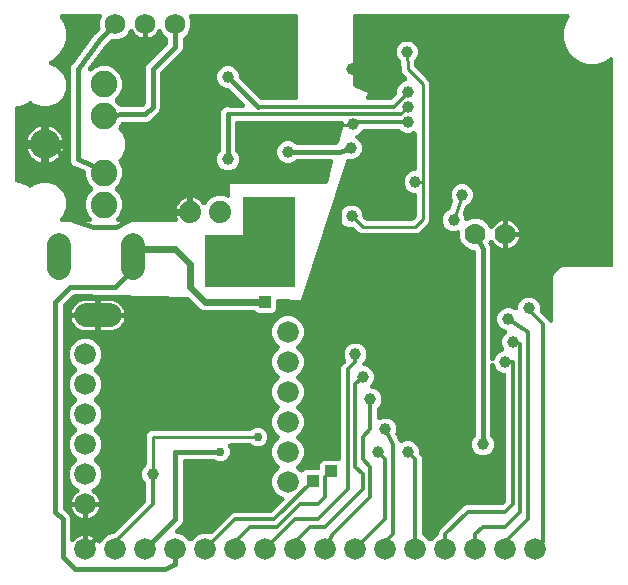
<source format=gbr>
G04 EAGLE Gerber X2 export*
%TF.Part,Single*%
%TF.FileFunction,Copper,L2,Bot,Mixed*%
%TF.FilePolarity,Positive*%
%TF.GenerationSoftware,Autodesk,EAGLE,9.0.0*%
%TF.CreationDate,2018-05-04T17:55:18Z*%
G75*
%MOMM*%
%FSLAX34Y34*%
%LPD*%
%AMOC8*
5,1,8,0,0,1.08239X$1,22.5*%
G01*
%ADD10R,7.620000X4.445000*%
%ADD11R,4.445000X3.810000*%
%ADD12C,1.778000*%
%ADD13C,2.540000*%
%ADD14C,2.250000*%
%ADD15C,1.879600*%
%ADD16C,1.727200*%
%ADD17C,2.000000*%
%ADD18C,1.828800*%
%ADD19C,1.006400*%
%ADD20C,0.254000*%
%ADD21C,0.304800*%
%ADD22C,0.406400*%
%ADD23C,0.756400*%
%ADD24R,1.006400X1.006400*%
%ADD25C,0.609600*%
%ADD26C,0.906400*%

G36*
X63899Y-1648D02*
X63899Y-1648D01*
X63917Y-1650D01*
X64099Y-1628D01*
X64282Y-1610D01*
X64299Y-1605D01*
X64316Y-1603D01*
X64491Y-1546D01*
X64667Y-1492D01*
X64682Y-1484D01*
X64699Y-1478D01*
X64859Y-1388D01*
X65021Y-1300D01*
X65034Y-1289D01*
X65050Y-1280D01*
X65189Y-1160D01*
X65330Y-1043D01*
X65341Y-1029D01*
X65355Y-1017D01*
X65467Y-872D01*
X65582Y-729D01*
X65590Y-713D01*
X65601Y-699D01*
X65683Y-534D01*
X65768Y-371D01*
X65773Y-354D01*
X65781Y-338D01*
X65828Y-160D01*
X65879Y15D01*
X65881Y33D01*
X65885Y50D01*
X65912Y381D01*
X65912Y11448D01*
X66236Y11397D01*
X67986Y10829D01*
X69624Y9994D01*
X71112Y8913D01*
X72413Y7612D01*
X73494Y6124D01*
X73504Y6103D01*
X73575Y5993D01*
X73638Y5878D01*
X73683Y5824D01*
X73722Y5764D01*
X73813Y5670D01*
X73897Y5570D01*
X73953Y5526D01*
X74002Y5475D01*
X74110Y5401D01*
X74212Y5319D01*
X74275Y5287D01*
X74333Y5246D01*
X74454Y5195D01*
X74570Y5135D01*
X74638Y5116D01*
X74703Y5088D01*
X74832Y5061D01*
X74957Y5026D01*
X75028Y5020D01*
X75098Y5006D01*
X75229Y5005D01*
X75359Y4994D01*
X75429Y5003D01*
X75500Y5002D01*
X75629Y5027D01*
X75758Y5043D01*
X75826Y5065D01*
X75895Y5079D01*
X76017Y5129D01*
X76141Y5170D01*
X76202Y5205D01*
X76268Y5232D01*
X76377Y5304D01*
X76490Y5369D01*
X76544Y5416D01*
X76603Y5455D01*
X76695Y5548D01*
X76794Y5634D01*
X76837Y5690D01*
X76887Y5740D01*
X76960Y5849D01*
X77039Y5953D01*
X77077Y6026D01*
X77110Y6075D01*
X77139Y6146D01*
X77191Y6248D01*
X77702Y7482D01*
X81418Y11198D01*
X86273Y13209D01*
X87014Y13209D01*
X87040Y13211D01*
X87067Y13209D01*
X87241Y13231D01*
X87414Y13249D01*
X87440Y13256D01*
X87466Y13260D01*
X87632Y13315D01*
X87799Y13367D01*
X87823Y13380D01*
X87848Y13388D01*
X88000Y13475D01*
X88153Y13559D01*
X88174Y13576D01*
X88197Y13589D01*
X88450Y13804D01*
X114466Y39820D01*
X114483Y39841D01*
X114504Y39858D01*
X114611Y39996D01*
X114721Y40132D01*
X114734Y40155D01*
X114750Y40176D01*
X114828Y40333D01*
X114910Y40487D01*
X114918Y40513D01*
X114930Y40537D01*
X114975Y40706D01*
X115025Y40873D01*
X115027Y40900D01*
X115034Y40926D01*
X115061Y41256D01*
X115061Y55383D01*
X115059Y55409D01*
X115061Y55436D01*
X115039Y55610D01*
X115021Y55783D01*
X115014Y55809D01*
X115010Y55835D01*
X114955Y56001D01*
X114903Y56168D01*
X114890Y56192D01*
X114882Y56217D01*
X114795Y56369D01*
X114711Y56522D01*
X114694Y56543D01*
X114681Y56566D01*
X114466Y56819D01*
X112938Y58347D01*
X111553Y61690D01*
X111553Y65310D01*
X112938Y68653D01*
X114720Y70435D01*
X114737Y70456D01*
X114758Y70473D01*
X114865Y70611D01*
X114975Y70747D01*
X114988Y70770D01*
X115004Y70791D01*
X115082Y70948D01*
X115164Y71102D01*
X115172Y71128D01*
X115184Y71152D01*
X115229Y71321D01*
X115279Y71488D01*
X115281Y71515D01*
X115288Y71541D01*
X115315Y71871D01*
X115315Y96311D01*
X116127Y98272D01*
X117628Y99773D01*
X118347Y100070D01*
X118347Y100071D01*
X119589Y100585D01*
X202946Y100585D01*
X202973Y100587D01*
X203000Y100585D01*
X203174Y100607D01*
X203347Y100625D01*
X203373Y100632D01*
X203399Y100636D01*
X203565Y100691D01*
X203732Y100743D01*
X203756Y100756D01*
X203781Y100764D01*
X203933Y100851D01*
X204086Y100935D01*
X204106Y100952D01*
X204130Y100965D01*
X204383Y101180D01*
X205105Y101902D01*
X207989Y103097D01*
X211111Y103097D01*
X213995Y101902D01*
X216202Y99695D01*
X217397Y96811D01*
X217397Y93689D01*
X216202Y90805D01*
X213995Y88598D01*
X211111Y87403D01*
X207989Y87403D01*
X205105Y88598D01*
X204383Y89320D01*
X204362Y89337D01*
X204345Y89358D01*
X204207Y89465D01*
X204071Y89575D01*
X204048Y89588D01*
X204026Y89604D01*
X203870Y89682D01*
X203716Y89764D01*
X203690Y89772D01*
X203666Y89784D01*
X203497Y89829D01*
X203330Y89879D01*
X203303Y89881D01*
X203277Y89888D01*
X202946Y89915D01*
X186282Y89915D01*
X186269Y89914D01*
X186256Y89915D01*
X186069Y89894D01*
X185882Y89875D01*
X185869Y89871D01*
X185856Y89870D01*
X185677Y89813D01*
X185497Y89757D01*
X185485Y89751D01*
X185472Y89747D01*
X185308Y89655D01*
X185143Y89565D01*
X185133Y89557D01*
X185121Y89550D01*
X184977Y89427D01*
X184834Y89308D01*
X184825Y89297D01*
X184815Y89289D01*
X184699Y89140D01*
X184581Y88994D01*
X184575Y88982D01*
X184567Y88972D01*
X184482Y88802D01*
X184396Y88637D01*
X184392Y88624D01*
X184386Y88612D01*
X184336Y88430D01*
X184284Y88250D01*
X184283Y88236D01*
X184280Y88223D01*
X184267Y88037D01*
X184251Y87848D01*
X184253Y87835D01*
X184252Y87822D01*
X184276Y87635D01*
X184298Y87449D01*
X184302Y87436D01*
X184304Y87423D01*
X184406Y87107D01*
X185647Y84111D01*
X185647Y80989D01*
X184452Y78105D01*
X182245Y75898D01*
X179361Y74703D01*
X176239Y74703D01*
X173352Y75899D01*
X173219Y76003D01*
X173083Y76113D01*
X173060Y76126D01*
X173038Y76142D01*
X172882Y76220D01*
X172728Y76302D01*
X172702Y76310D01*
X172678Y76322D01*
X172509Y76367D01*
X172342Y76417D01*
X172315Y76419D01*
X172289Y76426D01*
X171958Y76453D01*
X147828Y76453D01*
X147810Y76451D01*
X147792Y76453D01*
X147610Y76432D01*
X147427Y76413D01*
X147410Y76408D01*
X147393Y76406D01*
X147218Y76349D01*
X147042Y76295D01*
X147027Y76287D01*
X147010Y76281D01*
X146850Y76191D01*
X146688Y76103D01*
X146675Y76092D01*
X146659Y76083D01*
X146520Y75963D01*
X146379Y75846D01*
X146368Y75832D01*
X146354Y75820D01*
X146242Y75675D01*
X146127Y75532D01*
X146119Y75516D01*
X146108Y75502D01*
X146026Y75337D01*
X145941Y75175D01*
X145936Y75158D01*
X145928Y75142D01*
X145881Y74963D01*
X145830Y74788D01*
X145828Y74770D01*
X145824Y74753D01*
X145797Y74422D01*
X145797Y24187D01*
X144869Y21946D01*
X142868Y19946D01*
X139598Y16676D01*
X139593Y16669D01*
X139586Y16664D01*
X139466Y16514D01*
X139343Y16365D01*
X139339Y16357D01*
X139334Y16350D01*
X139245Y16180D01*
X139155Y16009D01*
X139152Y16000D01*
X139148Y15993D01*
X139095Y15808D01*
X139040Y15623D01*
X139039Y15614D01*
X139037Y15606D01*
X139021Y15415D01*
X139003Y15222D01*
X139004Y15213D01*
X139004Y15204D01*
X139026Y15015D01*
X139047Y14822D01*
X139050Y14813D01*
X139051Y14805D01*
X139110Y14623D01*
X139168Y14438D01*
X139173Y14430D01*
X139175Y14422D01*
X139271Y14253D01*
X139363Y14086D01*
X139369Y14079D01*
X139373Y14071D01*
X139499Y13925D01*
X139624Y13779D01*
X139631Y13773D01*
X139637Y13766D01*
X139788Y13649D01*
X139940Y13529D01*
X139948Y13525D01*
X139955Y13520D01*
X140127Y13434D01*
X140299Y13347D01*
X140307Y13344D01*
X140315Y13340D01*
X140501Y13290D01*
X140686Y13239D01*
X140695Y13238D01*
X140704Y13236D01*
X141035Y13209D01*
X142327Y13209D01*
X147182Y11198D01*
X150964Y7416D01*
X150977Y7405D01*
X150989Y7391D01*
X151133Y7277D01*
X151275Y7161D01*
X151291Y7153D01*
X151305Y7142D01*
X151469Y7058D01*
X151631Y6973D01*
X151648Y6968D01*
X151664Y6959D01*
X151841Y6910D01*
X152017Y6858D01*
X152035Y6856D01*
X152052Y6851D01*
X152235Y6838D01*
X152418Y6821D01*
X152436Y6823D01*
X152453Y6822D01*
X152635Y6845D01*
X152818Y6865D01*
X152835Y6870D01*
X152853Y6872D01*
X153026Y6931D01*
X153202Y6986D01*
X153218Y6995D01*
X153234Y7001D01*
X153394Y7093D01*
X153554Y7181D01*
X153568Y7193D01*
X153583Y7202D01*
X153836Y7416D01*
X157618Y11198D01*
X162473Y13209D01*
X167727Y13209D01*
X168367Y12944D01*
X168388Y12937D01*
X168408Y12927D01*
X168581Y12879D01*
X168752Y12827D01*
X168774Y12825D01*
X168796Y12819D01*
X168976Y12806D01*
X169153Y12789D01*
X169175Y12792D01*
X169197Y12790D01*
X169376Y12812D01*
X169553Y12831D01*
X169575Y12837D01*
X169597Y12840D01*
X169767Y12897D01*
X169938Y12951D01*
X169957Y12961D01*
X169979Y12969D01*
X170134Y13058D01*
X170291Y13144D01*
X170308Y13158D01*
X170327Y13169D01*
X170580Y13384D01*
X185476Y28280D01*
X187334Y30138D01*
X189388Y30989D01*
X220364Y30989D01*
X220390Y30991D01*
X220417Y30989D01*
X220591Y31011D01*
X220764Y31029D01*
X220790Y31036D01*
X220816Y31040D01*
X220982Y31095D01*
X221149Y31147D01*
X221173Y31160D01*
X221198Y31168D01*
X221350Y31255D01*
X221503Y31339D01*
X221524Y31356D01*
X221547Y31369D01*
X221800Y31584D01*
X231471Y41254D01*
X231479Y41265D01*
X231489Y41273D01*
X231606Y41420D01*
X231726Y41566D01*
X231732Y41578D01*
X231740Y41588D01*
X231826Y41755D01*
X231914Y41921D01*
X231918Y41934D01*
X231924Y41946D01*
X231975Y42126D01*
X232029Y42307D01*
X232030Y42321D01*
X232034Y42334D01*
X232048Y42519D01*
X232065Y42708D01*
X232064Y42722D01*
X232065Y42735D01*
X232043Y42919D01*
X232022Y43109D01*
X232018Y43121D01*
X232016Y43135D01*
X231958Y43311D01*
X231901Y43492D01*
X231894Y43504D01*
X231890Y43517D01*
X231797Y43680D01*
X231706Y43845D01*
X231697Y43855D01*
X231690Y43867D01*
X231567Y44009D01*
X231445Y44152D01*
X231435Y44160D01*
X231426Y44170D01*
X231277Y44285D01*
X231129Y44401D01*
X231117Y44407D01*
X231107Y44416D01*
X230812Y44567D01*
X227468Y45952D01*
X223752Y49668D01*
X221741Y54523D01*
X221741Y59777D01*
X223752Y64632D01*
X227534Y68414D01*
X227545Y68427D01*
X227559Y68439D01*
X227673Y68583D01*
X227789Y68725D01*
X227797Y68741D01*
X227808Y68755D01*
X227892Y68919D01*
X227977Y69081D01*
X227982Y69098D01*
X227991Y69114D01*
X228040Y69291D01*
X228092Y69467D01*
X228094Y69485D01*
X228099Y69502D01*
X228112Y69685D01*
X228129Y69868D01*
X228127Y69886D01*
X228128Y69903D01*
X228105Y70085D01*
X228085Y70268D01*
X228080Y70285D01*
X228078Y70303D01*
X228019Y70476D01*
X227964Y70652D01*
X227955Y70668D01*
X227949Y70684D01*
X227857Y70844D01*
X227769Y71004D01*
X227757Y71018D01*
X227748Y71033D01*
X227534Y71286D01*
X223752Y75068D01*
X221741Y79923D01*
X221741Y85177D01*
X223752Y90032D01*
X227534Y93814D01*
X227545Y93827D01*
X227559Y93839D01*
X227673Y93983D01*
X227789Y94125D01*
X227797Y94141D01*
X227808Y94155D01*
X227892Y94319D01*
X227977Y94481D01*
X227982Y94498D01*
X227991Y94514D01*
X228040Y94691D01*
X228092Y94867D01*
X228094Y94885D01*
X228099Y94902D01*
X228112Y95085D01*
X228129Y95268D01*
X228127Y95286D01*
X228128Y95303D01*
X228105Y95484D01*
X228085Y95668D01*
X228080Y95685D01*
X228078Y95703D01*
X228019Y95876D01*
X227964Y96052D01*
X227955Y96068D01*
X227949Y96084D01*
X227857Y96244D01*
X227769Y96404D01*
X227757Y96418D01*
X227748Y96433D01*
X227534Y96686D01*
X223752Y100468D01*
X221741Y105323D01*
X221741Y110577D01*
X223752Y115432D01*
X227534Y119214D01*
X227545Y119227D01*
X227559Y119239D01*
X227673Y119383D01*
X227789Y119525D01*
X227797Y119541D01*
X227808Y119555D01*
X227892Y119719D01*
X227977Y119881D01*
X227982Y119898D01*
X227991Y119914D01*
X228040Y120091D01*
X228092Y120267D01*
X228094Y120285D01*
X228099Y120302D01*
X228112Y120485D01*
X228129Y120668D01*
X228127Y120686D01*
X228128Y120703D01*
X228105Y120885D01*
X228085Y121068D01*
X228080Y121085D01*
X228078Y121103D01*
X228019Y121276D01*
X227964Y121452D01*
X227955Y121468D01*
X227949Y121484D01*
X227857Y121644D01*
X227769Y121804D01*
X227757Y121818D01*
X227748Y121833D01*
X227534Y122086D01*
X223752Y125868D01*
X221741Y130723D01*
X221741Y135977D01*
X223752Y140832D01*
X227534Y144614D01*
X227545Y144627D01*
X227559Y144639D01*
X227673Y144783D01*
X227789Y144925D01*
X227797Y144941D01*
X227808Y144955D01*
X227892Y145119D01*
X227977Y145281D01*
X227982Y145298D01*
X227991Y145314D01*
X228040Y145491D01*
X228092Y145667D01*
X228094Y145685D01*
X228099Y145702D01*
X228112Y145885D01*
X228129Y146068D01*
X228127Y146086D01*
X228128Y146103D01*
X228105Y146285D01*
X228085Y146468D01*
X228080Y146485D01*
X228078Y146503D01*
X228019Y146676D01*
X227964Y146852D01*
X227955Y146868D01*
X227949Y146884D01*
X227857Y147044D01*
X227769Y147204D01*
X227757Y147218D01*
X227748Y147233D01*
X227534Y147486D01*
X223752Y151268D01*
X221741Y156123D01*
X221741Y161377D01*
X223752Y166232D01*
X227534Y170014D01*
X227545Y170027D01*
X227559Y170039D01*
X227673Y170183D01*
X227789Y170325D01*
X227797Y170341D01*
X227808Y170355D01*
X227892Y170519D01*
X227977Y170681D01*
X227982Y170698D01*
X227991Y170714D01*
X228040Y170891D01*
X228092Y171067D01*
X228094Y171085D01*
X228099Y171102D01*
X228112Y171285D01*
X228129Y171468D01*
X228127Y171486D01*
X228128Y171503D01*
X228105Y171685D01*
X228085Y171868D01*
X228080Y171885D01*
X228078Y171903D01*
X228019Y172076D01*
X227964Y172252D01*
X227955Y172268D01*
X227949Y172284D01*
X227857Y172444D01*
X227769Y172604D01*
X227757Y172618D01*
X227748Y172633D01*
X227534Y172886D01*
X223752Y176668D01*
X221741Y181523D01*
X221741Y186777D01*
X223752Y191632D01*
X227468Y195348D01*
X232323Y197359D01*
X237577Y197359D01*
X242432Y195348D01*
X246148Y191632D01*
X248159Y186777D01*
X248159Y181523D01*
X246148Y176668D01*
X242366Y172886D01*
X242355Y172872D01*
X242341Y172861D01*
X242228Y172717D01*
X242111Y172575D01*
X242103Y172559D01*
X242092Y172545D01*
X242008Y172381D01*
X241923Y172219D01*
X241918Y172202D01*
X241909Y172186D01*
X241860Y172009D01*
X241808Y171833D01*
X241806Y171815D01*
X241801Y171798D01*
X241788Y171614D01*
X241771Y171432D01*
X241773Y171414D01*
X241772Y171397D01*
X241795Y171215D01*
X241815Y171032D01*
X241820Y171015D01*
X241822Y170997D01*
X241881Y170823D01*
X241936Y170648D01*
X241945Y170632D01*
X241951Y170616D01*
X242043Y170456D01*
X242131Y170296D01*
X242143Y170282D01*
X242152Y170267D01*
X242366Y170014D01*
X246148Y166232D01*
X248159Y161377D01*
X248159Y156123D01*
X246148Y151268D01*
X242366Y147486D01*
X242355Y147472D01*
X242341Y147461D01*
X242228Y147317D01*
X242111Y147175D01*
X242103Y147159D01*
X242092Y147145D01*
X242008Y146981D01*
X241923Y146819D01*
X241918Y146802D01*
X241909Y146786D01*
X241860Y146609D01*
X241808Y146433D01*
X241806Y146415D01*
X241801Y146398D01*
X241788Y146215D01*
X241771Y146032D01*
X241773Y146014D01*
X241772Y145997D01*
X241795Y145815D01*
X241815Y145632D01*
X241820Y145615D01*
X241822Y145597D01*
X241881Y145423D01*
X241936Y145248D01*
X241945Y145232D01*
X241951Y145216D01*
X242043Y145056D01*
X242131Y144896D01*
X242143Y144882D01*
X242152Y144867D01*
X242366Y144614D01*
X246148Y140832D01*
X248159Y135977D01*
X248159Y130723D01*
X246148Y125868D01*
X242366Y122086D01*
X242355Y122072D01*
X242341Y122061D01*
X242228Y121917D01*
X242111Y121775D01*
X242103Y121759D01*
X242092Y121745D01*
X242008Y121581D01*
X241923Y121419D01*
X241918Y121402D01*
X241909Y121386D01*
X241860Y121209D01*
X241808Y121033D01*
X241806Y121015D01*
X241801Y120998D01*
X241788Y120815D01*
X241771Y120632D01*
X241773Y120614D01*
X241772Y120597D01*
X241795Y120415D01*
X241815Y120232D01*
X241820Y120215D01*
X241822Y120197D01*
X241881Y120023D01*
X241936Y119848D01*
X241945Y119832D01*
X241951Y119816D01*
X242043Y119656D01*
X242131Y119496D01*
X242143Y119482D01*
X242152Y119467D01*
X242366Y119214D01*
X246148Y115432D01*
X248159Y110577D01*
X248159Y105323D01*
X246148Y100468D01*
X242366Y96686D01*
X242355Y96672D01*
X242341Y96661D01*
X242228Y96517D01*
X242111Y96375D01*
X242103Y96359D01*
X242092Y96345D01*
X242008Y96181D01*
X241923Y96019D01*
X241918Y96002D01*
X241909Y95986D01*
X241860Y95809D01*
X241808Y95633D01*
X241806Y95615D01*
X241801Y95598D01*
X241788Y95415D01*
X241771Y95232D01*
X241773Y95214D01*
X241772Y95197D01*
X241795Y95015D01*
X241815Y94832D01*
X241820Y94815D01*
X241822Y94797D01*
X241881Y94623D01*
X241936Y94448D01*
X241945Y94432D01*
X241951Y94416D01*
X242043Y94256D01*
X242131Y94096D01*
X242143Y94082D01*
X242152Y94067D01*
X242366Y93814D01*
X246148Y90032D01*
X248159Y85177D01*
X248159Y79923D01*
X246148Y75068D01*
X242366Y71286D01*
X242355Y71272D01*
X242341Y71261D01*
X242228Y71117D01*
X242111Y70975D01*
X242103Y70959D01*
X242092Y70945D01*
X242008Y70781D01*
X241923Y70619D01*
X241918Y70602D01*
X241909Y70586D01*
X241860Y70409D01*
X241808Y70233D01*
X241806Y70215D01*
X241801Y70198D01*
X241788Y70015D01*
X241771Y69832D01*
X241773Y69814D01*
X241772Y69797D01*
X241795Y69615D01*
X241815Y69432D01*
X241820Y69415D01*
X241822Y69397D01*
X241881Y69223D01*
X241936Y69048D01*
X241945Y69032D01*
X241951Y69016D01*
X242042Y68857D01*
X242131Y68696D01*
X242143Y68682D01*
X242152Y68667D01*
X242366Y68414D01*
X245107Y65672D01*
X245121Y65661D01*
X245133Y65648D01*
X245277Y65534D01*
X245419Y65417D01*
X245435Y65409D01*
X245449Y65398D01*
X245612Y65315D01*
X245775Y65229D01*
X245792Y65224D01*
X245808Y65216D01*
X245984Y65167D01*
X246161Y65114D01*
X246178Y65112D01*
X246196Y65108D01*
X246379Y65094D01*
X246562Y65078D01*
X246579Y65080D01*
X246597Y65078D01*
X246779Y65101D01*
X246962Y65121D01*
X246979Y65126D01*
X246997Y65129D01*
X247171Y65187D01*
X247346Y65243D01*
X247361Y65251D01*
X247378Y65257D01*
X247538Y65349D01*
X247698Y65437D01*
X247712Y65449D01*
X247727Y65458D01*
X247980Y65673D01*
X248698Y66390D01*
X250191Y67009D01*
X260398Y67009D01*
X260416Y67011D01*
X260434Y67009D01*
X260616Y67030D01*
X260799Y67049D01*
X260816Y67054D01*
X260833Y67056D01*
X261008Y67113D01*
X261184Y67167D01*
X261199Y67175D01*
X261216Y67181D01*
X261376Y67271D01*
X261538Y67359D01*
X261551Y67370D01*
X261567Y67379D01*
X261706Y67499D01*
X261847Y67616D01*
X261858Y67630D01*
X261872Y67642D01*
X261984Y67787D01*
X262099Y67930D01*
X262107Y67946D01*
X262118Y67960D01*
X262200Y68125D01*
X262285Y68287D01*
X262290Y68304D01*
X262298Y68320D01*
X262345Y68499D01*
X262396Y68674D01*
X262398Y68692D01*
X262402Y68709D01*
X262429Y69040D01*
X262429Y71881D01*
X263048Y73374D01*
X264192Y74518D01*
X265685Y75137D01*
X277369Y75137D01*
X277377Y75132D01*
X277557Y75081D01*
X277738Y75026D01*
X277751Y75025D01*
X277764Y75021D01*
X277952Y75006D01*
X278139Y74988D01*
X278152Y74989D01*
X278166Y74988D01*
X278353Y75010D01*
X278539Y75029D01*
X278552Y75033D01*
X278565Y75035D01*
X278744Y75093D01*
X278924Y75149D01*
X278935Y75156D01*
X278948Y75160D01*
X279112Y75252D01*
X279277Y75343D01*
X279287Y75351D01*
X279299Y75358D01*
X279441Y75481D01*
X279585Y75602D01*
X279593Y75612D01*
X279604Y75621D01*
X279719Y75769D01*
X279836Y75916D01*
X279842Y75928D01*
X279850Y75939D01*
X279934Y76108D01*
X280020Y76275D01*
X280024Y76287D01*
X280030Y76300D01*
X280079Y76481D01*
X280130Y76662D01*
X280131Y76675D01*
X280134Y76688D01*
X280161Y77019D01*
X280161Y153512D01*
X281012Y155566D01*
X282870Y157424D01*
X283723Y158277D01*
X283737Y158294D01*
X283754Y158308D01*
X283864Y158449D01*
X283978Y158588D01*
X283988Y158608D01*
X284002Y158625D01*
X284082Y158785D01*
X284167Y158944D01*
X284173Y158965D01*
X284183Y158985D01*
X284230Y159158D01*
X284281Y159330D01*
X284283Y159352D01*
X284289Y159373D01*
X284302Y159552D01*
X284318Y159731D01*
X284315Y159753D01*
X284317Y159775D01*
X284294Y159953D01*
X284274Y160131D01*
X284268Y160152D01*
X284265Y160174D01*
X284163Y160490D01*
X283003Y163291D01*
X283003Y166910D01*
X284388Y170253D01*
X286947Y172812D01*
X290290Y174197D01*
X293910Y174197D01*
X297253Y172812D01*
X299812Y170253D01*
X301197Y166910D01*
X301197Y163290D01*
X299812Y159947D01*
X298479Y158614D01*
X298473Y158607D01*
X298467Y158602D01*
X298345Y158451D01*
X298224Y158303D01*
X298220Y158295D01*
X298214Y158288D01*
X298126Y158118D01*
X298035Y157947D01*
X298033Y157938D01*
X298029Y157931D01*
X297976Y157746D01*
X297921Y157561D01*
X297920Y157552D01*
X297917Y157544D01*
X297902Y157353D01*
X297884Y157160D01*
X297885Y157151D01*
X297884Y157142D01*
X297907Y156953D01*
X297928Y156760D01*
X297930Y156751D01*
X297931Y156743D01*
X297991Y156561D01*
X298049Y156376D01*
X298053Y156368D01*
X298056Y156360D01*
X298150Y156193D01*
X298244Y156024D01*
X298250Y156017D01*
X298254Y156009D01*
X298379Y155864D01*
X298504Y155717D01*
X298511Y155711D01*
X298517Y155704D01*
X298668Y155588D01*
X298820Y155467D01*
X298828Y155463D01*
X298835Y155458D01*
X299007Y155372D01*
X299179Y155285D01*
X299188Y155282D01*
X299196Y155278D01*
X299382Y155228D01*
X299567Y155177D01*
X299576Y155176D01*
X299585Y155174D01*
X299915Y155147D01*
X300260Y155147D01*
X303603Y153762D01*
X306162Y151203D01*
X307547Y147860D01*
X307547Y144240D01*
X306162Y140897D01*
X304829Y139564D01*
X304823Y139557D01*
X304817Y139552D01*
X304695Y139401D01*
X304574Y139253D01*
X304570Y139245D01*
X304564Y139238D01*
X304476Y139068D01*
X304385Y138897D01*
X304383Y138888D01*
X304379Y138881D01*
X304326Y138696D01*
X304271Y138511D01*
X304270Y138502D01*
X304267Y138494D01*
X304252Y138303D01*
X304234Y138110D01*
X304235Y138101D01*
X304234Y138092D01*
X304257Y137903D01*
X304278Y137710D01*
X304280Y137701D01*
X304281Y137693D01*
X304341Y137511D01*
X304399Y137326D01*
X304403Y137318D01*
X304406Y137310D01*
X304500Y137143D01*
X304594Y136974D01*
X304600Y136967D01*
X304604Y136959D01*
X304729Y136814D01*
X304854Y136667D01*
X304861Y136661D01*
X304867Y136654D01*
X305018Y136538D01*
X305170Y136417D01*
X305178Y136413D01*
X305185Y136408D01*
X305357Y136322D01*
X305529Y136235D01*
X305538Y136232D01*
X305546Y136228D01*
X305732Y136178D01*
X305917Y136127D01*
X305926Y136126D01*
X305935Y136124D01*
X306265Y136097D01*
X306610Y136097D01*
X309953Y134712D01*
X312512Y132153D01*
X313897Y128810D01*
X313897Y125190D01*
X312512Y121847D01*
X310984Y120319D01*
X310967Y120298D01*
X310946Y120281D01*
X310839Y120143D01*
X310729Y120007D01*
X310716Y119984D01*
X310700Y119963D01*
X310622Y119806D01*
X310540Y119652D01*
X310532Y119626D01*
X310520Y119602D01*
X310475Y119433D01*
X310425Y119266D01*
X310423Y119239D01*
X310416Y119213D01*
X310389Y118883D01*
X310389Y111541D01*
X310390Y111527D01*
X310389Y111514D01*
X310410Y111328D01*
X310429Y111140D01*
X310433Y111127D01*
X310434Y111114D01*
X310491Y110936D01*
X310547Y110755D01*
X310553Y110743D01*
X310557Y110731D01*
X310649Y110566D01*
X310739Y110401D01*
X310747Y110391D01*
X310754Y110379D01*
X310877Y110235D01*
X310996Y110092D01*
X311007Y110083D01*
X311015Y110073D01*
X311164Y109957D01*
X311310Y109839D01*
X311322Y109833D01*
X311332Y109825D01*
X311502Y109740D01*
X311667Y109654D01*
X311680Y109650D01*
X311692Y109644D01*
X311874Y109594D01*
X312054Y109543D01*
X312068Y109541D01*
X312081Y109538D01*
X312268Y109525D01*
X312456Y109510D01*
X312469Y109511D01*
X312482Y109510D01*
X312670Y109535D01*
X312855Y109557D01*
X312868Y109561D01*
X312881Y109562D01*
X313197Y109664D01*
X315691Y110697D01*
X319310Y110697D01*
X322653Y109312D01*
X325212Y106753D01*
X326597Y103410D01*
X326597Y99791D01*
X326071Y98521D01*
X326042Y98427D01*
X326004Y98335D01*
X325984Y98234D01*
X325954Y98136D01*
X325945Y98037D01*
X325926Y97940D01*
X325926Y97837D01*
X325916Y97735D01*
X325927Y97637D01*
X325927Y97538D01*
X325947Y97437D01*
X325958Y97334D01*
X325987Y97240D01*
X326007Y97143D01*
X326054Y97026D01*
X326078Y96950D01*
X326104Y96903D01*
X326131Y96835D01*
X328296Y92505D01*
X328381Y92370D01*
X328461Y92231D01*
X328491Y92195D01*
X328511Y92165D01*
X328571Y92102D01*
X328575Y92097D01*
X328860Y91409D01*
X328868Y91394D01*
X328874Y91377D01*
X328964Y91216D01*
X329050Y91055D01*
X329061Y91041D01*
X329070Y91025D01*
X329189Y90886D01*
X329306Y90744D01*
X329320Y90733D01*
X329332Y90719D01*
X329476Y90606D01*
X329619Y90490D01*
X329635Y90482D01*
X329649Y90471D01*
X329813Y90389D01*
X329975Y90303D01*
X329993Y90298D01*
X330009Y90290D01*
X330185Y90242D01*
X330362Y90190D01*
X330380Y90189D01*
X330397Y90184D01*
X330581Y90171D01*
X330763Y90156D01*
X330781Y90158D01*
X330799Y90156D01*
X330981Y90180D01*
X331163Y90201D01*
X331180Y90206D01*
X331198Y90209D01*
X331514Y90310D01*
X334741Y91647D01*
X338360Y91647D01*
X341703Y90262D01*
X344262Y87703D01*
X345647Y84360D01*
X345647Y82198D01*
X345649Y82172D01*
X345647Y82145D01*
X345669Y81971D01*
X345687Y81798D01*
X345694Y81772D01*
X345698Y81746D01*
X345753Y81580D01*
X345805Y81413D01*
X345818Y81389D01*
X345826Y81364D01*
X345913Y81212D01*
X345997Y81059D01*
X346014Y81038D01*
X346027Y81015D01*
X346242Y80762D01*
X347638Y79366D01*
X348489Y77312D01*
X348489Y13339D01*
X348491Y13317D01*
X348489Y13295D01*
X348511Y13117D01*
X348529Y12939D01*
X348535Y12917D01*
X348538Y12895D01*
X348594Y12726D01*
X348647Y12554D01*
X348657Y12534D01*
X348664Y12513D01*
X348753Y12357D01*
X348839Y12200D01*
X348853Y12183D01*
X348864Y12163D01*
X348982Y12027D01*
X349096Y11891D01*
X349114Y11877D01*
X349128Y11860D01*
X349270Y11750D01*
X349410Y11638D01*
X349430Y11628D01*
X349448Y11614D01*
X349743Y11463D01*
X350382Y11198D01*
X354164Y7416D01*
X354177Y7405D01*
X354189Y7391D01*
X354333Y7277D01*
X354475Y7161D01*
X354491Y7153D01*
X354505Y7142D01*
X354669Y7058D01*
X354831Y6973D01*
X354848Y6968D01*
X354864Y6959D01*
X355041Y6910D01*
X355217Y6858D01*
X355235Y6856D01*
X355252Y6851D01*
X355435Y6838D01*
X355618Y6821D01*
X355636Y6823D01*
X355653Y6822D01*
X355835Y6845D01*
X356018Y6865D01*
X356035Y6870D01*
X356053Y6872D01*
X356226Y6931D01*
X356402Y6986D01*
X356418Y6995D01*
X356434Y7001D01*
X356594Y7093D01*
X356754Y7181D01*
X356768Y7193D01*
X356783Y7202D01*
X357036Y7416D01*
X360818Y11198D01*
X361457Y11463D01*
X361477Y11473D01*
X361498Y11480D01*
X361654Y11568D01*
X361812Y11653D01*
X361829Y11667D01*
X361849Y11678D01*
X361984Y11795D01*
X362123Y11909D01*
X362137Y11927D01*
X362154Y11941D01*
X362263Y12083D01*
X362376Y12222D01*
X362387Y12242D01*
X362400Y12259D01*
X362480Y12420D01*
X362563Y12578D01*
X362570Y12600D01*
X362580Y12620D01*
X362626Y12794D01*
X362676Y12965D01*
X362678Y12987D01*
X362684Y13009D01*
X362711Y13339D01*
X362711Y13812D01*
X363562Y15866D01*
X384184Y36488D01*
X386238Y37339D01*
X415944Y37339D01*
X415970Y37341D01*
X415997Y37339D01*
X416171Y37361D01*
X416344Y37379D01*
X416370Y37386D01*
X416396Y37390D01*
X416562Y37445D01*
X416729Y37497D01*
X416753Y37510D01*
X416778Y37518D01*
X416930Y37605D01*
X417083Y37689D01*
X417104Y37706D01*
X417127Y37719D01*
X417380Y37934D01*
X419266Y39820D01*
X419283Y39841D01*
X419304Y39858D01*
X419411Y39996D01*
X419521Y40132D01*
X419534Y40155D01*
X419550Y40176D01*
X419628Y40333D01*
X419710Y40487D01*
X419718Y40513D01*
X419730Y40537D01*
X419775Y40706D01*
X419825Y40873D01*
X419827Y40900D01*
X419834Y40926D01*
X419861Y41256D01*
X419861Y147622D01*
X419859Y147640D01*
X419861Y147658D01*
X419840Y147840D01*
X419821Y148023D01*
X419816Y148040D01*
X419814Y148057D01*
X419757Y148232D01*
X419703Y148408D01*
X419695Y148423D01*
X419689Y148440D01*
X419599Y148600D01*
X419511Y148762D01*
X419500Y148775D01*
X419491Y148791D01*
X419371Y148930D01*
X419254Y149071D01*
X419240Y149082D01*
X419228Y149096D01*
X419083Y149208D01*
X418940Y149323D01*
X418924Y149331D01*
X418910Y149342D01*
X418745Y149424D01*
X418583Y149509D01*
X418566Y149514D01*
X418550Y149522D01*
X418371Y149569D01*
X418196Y149620D01*
X418178Y149622D01*
X418161Y149626D01*
X417830Y149653D01*
X417290Y149653D01*
X413947Y151038D01*
X411388Y153597D01*
X410055Y156817D01*
X410053Y156820D01*
X410051Y156825D01*
X409958Y156997D01*
X409864Y157171D01*
X409862Y157175D01*
X409859Y157179D01*
X409735Y157328D01*
X409608Y157482D01*
X409605Y157485D01*
X409602Y157488D01*
X409449Y157611D01*
X409295Y157736D01*
X409291Y157738D01*
X409288Y157740D01*
X409115Y157830D01*
X408939Y157923D01*
X408935Y157924D01*
X408931Y157926D01*
X408742Y157980D01*
X408552Y158036D01*
X408548Y158036D01*
X408544Y158037D01*
X408346Y158054D01*
X408151Y158070D01*
X408147Y158070D01*
X408142Y158070D01*
X407948Y158047D01*
X407751Y158025D01*
X407747Y158024D01*
X407743Y158023D01*
X407557Y157963D01*
X407368Y157902D01*
X407364Y157900D01*
X407360Y157898D01*
X407187Y157801D01*
X407016Y157706D01*
X407013Y157703D01*
X407009Y157701D01*
X406860Y157572D01*
X406711Y157444D01*
X406708Y157440D01*
X406704Y157437D01*
X406584Y157283D01*
X406462Y157127D01*
X406460Y157123D01*
X406458Y157119D01*
X406369Y156941D01*
X406282Y156767D01*
X406280Y156763D01*
X406278Y156759D01*
X406227Y156567D01*
X406175Y156379D01*
X406175Y156374D01*
X406174Y156370D01*
X406147Y156039D01*
X406147Y96509D01*
X406149Y96483D01*
X406147Y96456D01*
X406169Y96282D01*
X406187Y96109D01*
X406194Y96083D01*
X406198Y96057D01*
X406254Y95891D01*
X406305Y95724D01*
X406318Y95700D01*
X406326Y95675D01*
X406413Y95524D01*
X406497Y95370D01*
X406514Y95349D01*
X406527Y95326D01*
X406742Y95073D01*
X407762Y94053D01*
X409147Y90710D01*
X409147Y87090D01*
X407762Y83747D01*
X405203Y81188D01*
X401860Y79803D01*
X398240Y79803D01*
X394897Y81188D01*
X392338Y83747D01*
X390953Y87090D01*
X390953Y90710D01*
X392338Y94053D01*
X393358Y95073D01*
X393375Y95094D01*
X393396Y95111D01*
X393503Y95249D01*
X393613Y95385D01*
X393626Y95408D01*
X393642Y95429D01*
X393720Y95586D01*
X393802Y95740D01*
X393810Y95766D01*
X393822Y95790D01*
X393867Y95959D01*
X393917Y96126D01*
X393919Y96153D01*
X393926Y96179D01*
X393953Y96509D01*
X393953Y251714D01*
X393951Y251732D01*
X393953Y251750D01*
X393932Y251932D01*
X393913Y252115D01*
X393908Y252132D01*
X393906Y252149D01*
X393849Y252324D01*
X393795Y252500D01*
X393787Y252515D01*
X393781Y252532D01*
X393691Y252692D01*
X393603Y252854D01*
X393592Y252867D01*
X393583Y252883D01*
X393463Y253022D01*
X393346Y253163D01*
X393332Y253174D01*
X393320Y253188D01*
X393175Y253300D01*
X393032Y253415D01*
X393016Y253423D01*
X393002Y253434D01*
X392837Y253516D01*
X392675Y253601D01*
X392658Y253606D01*
X392642Y253614D01*
X392463Y253661D01*
X392288Y253712D01*
X392270Y253714D01*
X392253Y253718D01*
X391922Y253745D01*
X391123Y253745D01*
X386362Y255717D01*
X382717Y259362D01*
X380745Y264123D01*
X380745Y268574D01*
X380744Y268588D01*
X380745Y268601D01*
X380724Y268787D01*
X380705Y268975D01*
X380701Y268988D01*
X380700Y269001D01*
X380643Y269179D01*
X380587Y269360D01*
X380581Y269372D01*
X380577Y269384D01*
X380485Y269548D01*
X380395Y269714D01*
X380387Y269724D01*
X380380Y269736D01*
X380258Y269879D01*
X380138Y270023D01*
X380127Y270031D01*
X380119Y270042D01*
X379970Y270158D01*
X379824Y270275D01*
X379812Y270281D01*
X379802Y270290D01*
X379632Y270375D01*
X379467Y270461D01*
X379454Y270464D01*
X379442Y270471D01*
X379259Y270520D01*
X379080Y270572D01*
X379066Y270573D01*
X379053Y270577D01*
X378865Y270590D01*
X378678Y270605D01*
X378665Y270603D01*
X378652Y270604D01*
X378464Y270580D01*
X378279Y270558D01*
X378266Y270554D01*
X378253Y270552D01*
X377937Y270451D01*
X376967Y270049D01*
X373348Y270049D01*
X370005Y271434D01*
X367446Y273993D01*
X366061Y277336D01*
X366061Y280956D01*
X367446Y284299D01*
X370005Y286858D01*
X371772Y287590D01*
X371843Y287628D01*
X371918Y287657D01*
X372020Y287723D01*
X372127Y287780D01*
X372189Y287831D01*
X372257Y287875D01*
X372344Y287959D01*
X372437Y288036D01*
X372488Y288099D01*
X372546Y288155D01*
X372615Y288255D01*
X372691Y288349D01*
X372728Y288420D01*
X372774Y288486D01*
X372838Y288629D01*
X372878Y288705D01*
X372889Y288743D01*
X372910Y288789D01*
X374677Y293786D01*
X374719Y293955D01*
X374765Y294123D01*
X374766Y294151D01*
X374773Y294177D01*
X374780Y294350D01*
X374792Y294525D01*
X374789Y294552D01*
X374790Y294579D01*
X374763Y294751D01*
X374740Y294924D01*
X374731Y294953D01*
X374727Y294977D01*
X374698Y295055D01*
X374639Y295240D01*
X373427Y298165D01*
X373427Y301784D01*
X374812Y305127D01*
X377371Y307686D01*
X380714Y309071D01*
X384334Y309071D01*
X387677Y307686D01*
X390236Y305127D01*
X391621Y301784D01*
X391621Y298164D01*
X390236Y294821D01*
X387677Y292262D01*
X385910Y291530D01*
X385839Y291492D01*
X385764Y291463D01*
X385662Y291397D01*
X385555Y291340D01*
X385493Y291289D01*
X385425Y291245D01*
X385338Y291161D01*
X385245Y291084D01*
X385194Y291021D01*
X385136Y290965D01*
X385067Y290865D01*
X384991Y290771D01*
X384954Y290700D01*
X384908Y290634D01*
X384844Y290491D01*
X384804Y290415D01*
X384793Y290377D01*
X384772Y290331D01*
X383005Y285334D01*
X382963Y285165D01*
X382917Y284997D01*
X382916Y284969D01*
X382909Y284943D01*
X382902Y284770D01*
X382890Y284595D01*
X382893Y284568D01*
X382892Y284541D01*
X382919Y284369D01*
X382942Y284196D01*
X382951Y284167D01*
X382955Y284143D01*
X382984Y284065D01*
X383043Y283880D01*
X384255Y280955D01*
X384255Y279850D01*
X384256Y279836D01*
X384255Y279823D01*
X384276Y279637D01*
X384295Y279449D01*
X384299Y279436D01*
X384300Y279423D01*
X384358Y279244D01*
X384413Y279064D01*
X384419Y279052D01*
X384423Y279040D01*
X384515Y278875D01*
X384605Y278710D01*
X384613Y278700D01*
X384620Y278688D01*
X384742Y278545D01*
X384862Y278401D01*
X384873Y278393D01*
X384881Y278382D01*
X385030Y278266D01*
X385176Y278149D01*
X385188Y278142D01*
X385198Y278134D01*
X385367Y278049D01*
X385533Y277963D01*
X385546Y277959D01*
X385558Y277953D01*
X385740Y277904D01*
X385920Y277852D01*
X385934Y277851D01*
X385947Y277847D01*
X386135Y277834D01*
X386322Y277819D01*
X386335Y277820D01*
X386348Y277819D01*
X386536Y277844D01*
X386721Y277866D01*
X386734Y277870D01*
X386747Y277872D01*
X387063Y277973D01*
X391123Y279655D01*
X396277Y279655D01*
X401038Y277683D01*
X404683Y274038D01*
X405385Y272342D01*
X405447Y272226D01*
X405501Y272107D01*
X405542Y272049D01*
X405575Y271987D01*
X405659Y271886D01*
X405735Y271780D01*
X405787Y271731D01*
X405832Y271676D01*
X405933Y271594D01*
X406029Y271505D01*
X406089Y271467D01*
X406144Y271423D01*
X406260Y271362D01*
X406372Y271293D01*
X406438Y271269D01*
X406501Y271236D01*
X406627Y271199D01*
X406749Y271153D01*
X406819Y271142D01*
X406887Y271123D01*
X407018Y271111D01*
X407147Y271091D01*
X407218Y271094D01*
X407289Y271088D01*
X407418Y271103D01*
X407549Y271108D01*
X407618Y271125D01*
X407689Y271133D01*
X407813Y271173D01*
X407940Y271204D01*
X408004Y271234D01*
X408072Y271256D01*
X408186Y271320D01*
X408304Y271376D01*
X408361Y271418D01*
X408423Y271453D01*
X408523Y271538D01*
X408628Y271616D01*
X408675Y271668D01*
X408729Y271714D01*
X408810Y271817D01*
X408898Y271914D01*
X408941Y271984D01*
X408977Y272031D01*
X409012Y272099D01*
X409072Y272197D01*
X409324Y272691D01*
X410381Y274147D01*
X411653Y275419D01*
X413109Y276476D01*
X414712Y277293D01*
X416423Y277849D01*
X416878Y277921D01*
X416878Y266891D01*
X416880Y266873D01*
X416879Y266855D01*
X416895Y266715D01*
X416878Y266509D01*
X416878Y255479D01*
X416423Y255551D01*
X414712Y256107D01*
X413109Y256924D01*
X411653Y257981D01*
X410381Y259253D01*
X409324Y260709D01*
X409072Y261203D01*
X409001Y261313D01*
X408938Y261428D01*
X408893Y261482D01*
X408854Y261542D01*
X408763Y261636D01*
X408679Y261736D01*
X408624Y261780D01*
X408574Y261831D01*
X408467Y261906D01*
X408364Y261987D01*
X408301Y262019D01*
X408243Y262060D01*
X408123Y262111D01*
X408006Y262171D01*
X407938Y262190D01*
X407873Y262218D01*
X407745Y262245D01*
X407619Y262281D01*
X407548Y262286D01*
X407479Y262301D01*
X407348Y262302D01*
X407217Y262312D01*
X407147Y262303D01*
X407076Y262304D01*
X406948Y262279D01*
X406818Y262263D01*
X406750Y262241D01*
X406681Y262227D01*
X406560Y262178D01*
X406436Y262137D01*
X406374Y262101D01*
X406308Y262075D01*
X406200Y262002D01*
X406086Y261937D01*
X406032Y261891D01*
X405973Y261851D01*
X405881Y261759D01*
X405782Y261673D01*
X405739Y261616D01*
X405689Y261566D01*
X405617Y261457D01*
X405537Y261354D01*
X405499Y261281D01*
X405466Y261231D01*
X405438Y261160D01*
X405385Y261058D01*
X404812Y259675D01*
X404783Y259580D01*
X404745Y259489D01*
X404725Y259388D01*
X404696Y259289D01*
X404686Y259191D01*
X404667Y259094D01*
X404667Y258991D01*
X404657Y258888D01*
X404668Y258790D01*
X404668Y258691D01*
X404688Y258590D01*
X404699Y258488D01*
X404729Y258393D01*
X404748Y258296D01*
X404795Y258180D01*
X404819Y258104D01*
X404845Y258056D01*
X404872Y257989D01*
X404913Y257906D01*
X404999Y257771D01*
X405079Y257631D01*
X405109Y257596D01*
X405128Y257566D01*
X405188Y257503D01*
X405208Y257480D01*
X405572Y256600D01*
X405601Y256546D01*
X405632Y256468D01*
X406062Y255609D01*
X406065Y255590D01*
X406086Y255430D01*
X406100Y255386D01*
X406106Y255351D01*
X406137Y255270D01*
X406147Y255241D01*
X406147Y254288D01*
X406149Y254270D01*
X406147Y254252D01*
X406153Y254206D01*
X406152Y254144D01*
X406220Y253186D01*
X406216Y253167D01*
X406174Y253012D01*
X406170Y252966D01*
X406162Y252931D01*
X406160Y252844D01*
X406147Y252681D01*
X406147Y161461D01*
X406147Y161456D01*
X406147Y161452D01*
X406167Y161258D01*
X406187Y161060D01*
X406188Y161056D01*
X406188Y161051D01*
X406247Y160865D01*
X406305Y160675D01*
X406307Y160671D01*
X406308Y160667D01*
X406402Y160495D01*
X406497Y160321D01*
X406499Y160318D01*
X406502Y160314D01*
X406629Y160163D01*
X406754Y160012D01*
X406758Y160009D01*
X406761Y160006D01*
X406915Y159882D01*
X407068Y159760D01*
X407072Y159757D01*
X407075Y159755D01*
X407250Y159665D01*
X407425Y159574D01*
X407430Y159573D01*
X407434Y159571D01*
X407621Y159518D01*
X407812Y159463D01*
X407817Y159462D01*
X407821Y159461D01*
X408014Y159446D01*
X408214Y159430D01*
X408218Y159430D01*
X408222Y159430D01*
X408416Y159453D01*
X408613Y159477D01*
X408618Y159478D01*
X408622Y159479D01*
X408807Y159540D01*
X408996Y159602D01*
X409000Y159604D01*
X409004Y159605D01*
X409176Y159703D01*
X409347Y159799D01*
X409350Y159802D01*
X409354Y159805D01*
X409505Y159936D01*
X409651Y160063D01*
X409654Y160066D01*
X409658Y160069D01*
X409778Y160226D01*
X409898Y160381D01*
X409900Y160385D01*
X409903Y160388D01*
X410055Y160683D01*
X411388Y163903D01*
X413947Y166462D01*
X416685Y167596D01*
X416701Y167604D01*
X416718Y167610D01*
X416878Y167699D01*
X417040Y167786D01*
X417054Y167797D01*
X417069Y167806D01*
X417208Y167925D01*
X417350Y168042D01*
X417361Y168056D01*
X417375Y168068D01*
X417488Y168213D01*
X417604Y168355D01*
X417612Y168371D01*
X417623Y168385D01*
X417706Y168550D01*
X417791Y168712D01*
X417796Y168729D01*
X417804Y168745D01*
X417853Y168922D01*
X417904Y169098D01*
X417906Y169116D01*
X417910Y169133D01*
X417923Y169317D01*
X417939Y169499D01*
X417937Y169517D01*
X417938Y169535D01*
X417914Y169718D01*
X417894Y169899D01*
X417888Y169916D01*
X417886Y169934D01*
X417784Y170250D01*
X416353Y173704D01*
X416353Y177324D01*
X417738Y180667D01*
X419881Y182809D01*
X419889Y182820D01*
X419899Y182828D01*
X420017Y182975D01*
X420136Y183121D01*
X420142Y183133D01*
X420150Y183143D01*
X420237Y183311D01*
X420324Y183477D01*
X420328Y183489D01*
X420334Y183501D01*
X420386Y183683D01*
X420439Y183862D01*
X420440Y183876D01*
X420444Y183889D01*
X420458Y184075D01*
X420475Y184263D01*
X420474Y184277D01*
X420475Y184290D01*
X420453Y184475D01*
X420432Y184664D01*
X420428Y184677D01*
X420426Y184690D01*
X420368Y184867D01*
X420311Y185048D01*
X420304Y185059D01*
X420300Y185072D01*
X420207Y185235D01*
X420116Y185400D01*
X420107Y185410D01*
X420100Y185422D01*
X419977Y185564D01*
X419855Y185707D01*
X419845Y185715D01*
X419836Y185725D01*
X419686Y185840D01*
X419539Y185956D01*
X419527Y185963D01*
X419517Y185971D01*
X419222Y186122D01*
X416233Y187360D01*
X413674Y189919D01*
X412289Y193262D01*
X412289Y196882D01*
X413674Y200225D01*
X416233Y202784D01*
X418358Y203664D01*
X418359Y203664D01*
X419576Y204169D01*
X423196Y204169D01*
X426624Y202748D01*
X426659Y202720D01*
X426667Y202716D01*
X426674Y202710D01*
X426845Y202621D01*
X427015Y202531D01*
X427023Y202529D01*
X427031Y202525D01*
X427216Y202472D01*
X427400Y202417D01*
X427410Y202416D01*
X427418Y202413D01*
X427609Y202398D01*
X427801Y202380D01*
X427811Y202381D01*
X427820Y202380D01*
X428009Y202403D01*
X428202Y202423D01*
X428210Y202426D01*
X428219Y202427D01*
X428401Y202487D01*
X428586Y202545D01*
X428594Y202549D01*
X428602Y202552D01*
X428770Y202647D01*
X428938Y202740D01*
X428945Y202746D01*
X428953Y202750D01*
X429098Y202876D01*
X429245Y203000D01*
X429251Y203007D01*
X429258Y203013D01*
X429375Y203165D01*
X429495Y203316D01*
X429499Y203324D01*
X429504Y203331D01*
X429590Y203504D01*
X429677Y203675D01*
X429680Y203684D01*
X429684Y203692D01*
X429733Y203876D01*
X429785Y204063D01*
X429786Y204072D01*
X429788Y204081D01*
X429815Y204411D01*
X429815Y206026D01*
X431200Y209369D01*
X433759Y211928D01*
X437102Y213313D01*
X440722Y213313D01*
X444065Y211928D01*
X446624Y209369D01*
X448009Y206026D01*
X448009Y202086D01*
X448011Y202060D01*
X448009Y202033D01*
X448031Y201859D01*
X448049Y201686D01*
X448056Y201660D01*
X448060Y201634D01*
X448115Y201468D01*
X448167Y201301D01*
X448180Y201277D01*
X448188Y201252D01*
X448275Y201100D01*
X448359Y200947D01*
X448376Y200926D01*
X448389Y200903D01*
X448604Y200650D01*
X455588Y193666D01*
X455831Y193078D01*
X455833Y193074D01*
X455835Y193070D01*
X455928Y192897D01*
X456022Y192723D01*
X456024Y192720D01*
X456027Y192716D01*
X456152Y192566D01*
X456278Y192413D01*
X456281Y192410D01*
X456284Y192406D01*
X456438Y192283D01*
X456591Y192159D01*
X456595Y192157D01*
X456598Y192154D01*
X456771Y192064D01*
X456947Y191972D01*
X456952Y191971D01*
X456955Y191969D01*
X457141Y191915D01*
X457333Y191859D01*
X457338Y191858D01*
X457342Y191857D01*
X457539Y191841D01*
X457735Y191824D01*
X457739Y191825D01*
X457744Y191824D01*
X457939Y191847D01*
X458135Y191869D01*
X458139Y191871D01*
X458143Y191871D01*
X458331Y191932D01*
X458518Y191992D01*
X458522Y191995D01*
X458526Y191996D01*
X458699Y192094D01*
X458870Y192189D01*
X458873Y192192D01*
X458877Y192194D01*
X459024Y192321D01*
X459175Y192451D01*
X459178Y192454D01*
X459182Y192457D01*
X459301Y192610D01*
X459424Y192768D01*
X459426Y192772D01*
X459428Y192775D01*
X459515Y192950D01*
X459604Y193127D01*
X459606Y193132D01*
X459608Y193136D01*
X459659Y193326D01*
X459711Y193516D01*
X459711Y193520D01*
X459712Y193525D01*
X459739Y193855D01*
X459739Y230621D01*
X461286Y234356D01*
X464144Y237214D01*
X467879Y238761D01*
X508508Y238761D01*
X508526Y238763D01*
X508544Y238761D01*
X508726Y238782D01*
X508909Y238801D01*
X508926Y238806D01*
X508943Y238808D01*
X509118Y238865D01*
X509294Y238919D01*
X509309Y238927D01*
X509326Y238933D01*
X509486Y239023D01*
X509648Y239111D01*
X509661Y239122D01*
X509677Y239131D01*
X509816Y239251D01*
X509957Y239368D01*
X509968Y239382D01*
X509982Y239394D01*
X510094Y239539D01*
X510209Y239682D01*
X510217Y239698D01*
X510228Y239712D01*
X510310Y239877D01*
X510395Y240039D01*
X510400Y240056D01*
X510408Y240072D01*
X510455Y240251D01*
X510506Y240426D01*
X510508Y240444D01*
X510512Y240461D01*
X510539Y240792D01*
X510539Y414598D01*
X510525Y414744D01*
X510518Y414890D01*
X510505Y414944D01*
X510499Y414999D01*
X510456Y415139D01*
X510421Y415281D01*
X510398Y415331D01*
X510381Y415384D01*
X510312Y415513D01*
X510249Y415645D01*
X510216Y415689D01*
X510189Y415738D01*
X510096Y415850D01*
X510009Y415967D01*
X509967Y416005D01*
X509932Y416047D01*
X509818Y416139D01*
X509709Y416237D01*
X509661Y416265D01*
X509618Y416300D01*
X509488Y416367D01*
X509362Y416441D01*
X509310Y416460D01*
X509261Y416485D01*
X509120Y416525D01*
X508982Y416574D01*
X508927Y416581D01*
X508874Y416596D01*
X508728Y416608D01*
X508583Y416628D01*
X508528Y416625D01*
X508472Y416629D01*
X508327Y416612D01*
X508181Y416603D01*
X508128Y416589D01*
X508073Y416582D01*
X507934Y416537D01*
X507792Y416499D01*
X507735Y416472D01*
X507690Y416458D01*
X507617Y416416D01*
X507492Y416357D01*
X501826Y413086D01*
X495681Y411439D01*
X489319Y411439D01*
X483174Y413086D01*
X477665Y416267D01*
X473167Y420765D01*
X469986Y426274D01*
X468339Y432419D01*
X468339Y438781D01*
X469986Y444926D01*
X473113Y450342D01*
X473173Y450476D01*
X473241Y450605D01*
X473256Y450659D01*
X473279Y450709D01*
X473312Y450852D01*
X473352Y450992D01*
X473357Y451048D01*
X473369Y451102D01*
X473373Y451248D01*
X473385Y451394D01*
X473378Y451449D01*
X473380Y451504D01*
X473355Y451649D01*
X473338Y451793D01*
X473321Y451846D01*
X473311Y451901D01*
X473259Y452037D01*
X473213Y452176D01*
X473186Y452225D01*
X473166Y452276D01*
X473087Y452399D01*
X473015Y452527D01*
X472979Y452569D01*
X472949Y452616D01*
X472848Y452721D01*
X472752Y452832D01*
X472708Y452866D01*
X472670Y452906D01*
X472549Y452989D01*
X472434Y453078D01*
X472384Y453103D01*
X472339Y453135D01*
X472204Y453193D01*
X472074Y453258D01*
X472020Y453272D01*
X471969Y453294D01*
X471826Y453324D01*
X471685Y453362D01*
X471622Y453367D01*
X471575Y453377D01*
X471491Y453378D01*
X471354Y453389D01*
X292100Y453389D01*
X292082Y453387D01*
X292064Y453389D01*
X291882Y453368D01*
X291699Y453349D01*
X291682Y453344D01*
X291665Y453342D01*
X291490Y453285D01*
X291314Y453231D01*
X291299Y453223D01*
X291282Y453217D01*
X291122Y453127D01*
X290960Y453039D01*
X290947Y453028D01*
X290931Y453019D01*
X290792Y452899D01*
X290651Y452782D01*
X290640Y452768D01*
X290627Y452756D01*
X290514Y452611D01*
X290399Y452468D01*
X290391Y452452D01*
X290380Y452438D01*
X290298Y452273D01*
X290213Y452111D01*
X290208Y452094D01*
X290200Y452078D01*
X290153Y451899D01*
X290102Y451724D01*
X290100Y451706D01*
X290096Y451689D01*
X290069Y451358D01*
X290069Y393700D01*
X290084Y393549D01*
X290091Y393398D01*
X290104Y393349D01*
X290109Y393299D01*
X290153Y393154D01*
X290191Y393007D01*
X290212Y392962D01*
X290227Y392914D01*
X290299Y392781D01*
X290365Y392644D01*
X290395Y392604D01*
X290419Y392560D01*
X290516Y392444D01*
X290607Y392323D01*
X290644Y392290D01*
X290676Y392251D01*
X290795Y392156D01*
X290908Y392055D01*
X290956Y392026D01*
X290990Y391999D01*
X291066Y391959D01*
X291192Y391883D01*
X302333Y386313D01*
X301233Y382892D01*
X301206Y382762D01*
X301169Y382636D01*
X301163Y382566D01*
X301149Y382498D01*
X301147Y382366D01*
X301136Y382234D01*
X301144Y382165D01*
X301143Y382095D01*
X301168Y381966D01*
X301183Y381835D01*
X301205Y381768D01*
X301218Y381700D01*
X301267Y381577D01*
X301308Y381452D01*
X301342Y381391D01*
X301368Y381326D01*
X301441Y381216D01*
X301506Y381101D01*
X301551Y381048D01*
X301590Y380990D01*
X301683Y380896D01*
X301769Y380796D01*
X301824Y380754D01*
X301873Y380704D01*
X301983Y380631D01*
X302087Y380550D01*
X302150Y380519D01*
X302208Y380480D01*
X302329Y380429D01*
X302448Y380370D01*
X302515Y380352D01*
X302579Y380326D01*
X302709Y380300D01*
X302836Y380266D01*
X302917Y380259D01*
X302975Y380248D01*
X303051Y380248D01*
X303167Y380239D01*
X321053Y380239D01*
X321079Y380241D01*
X321106Y380239D01*
X321280Y380261D01*
X321454Y380279D01*
X321479Y380286D01*
X321506Y380290D01*
X321671Y380345D01*
X321838Y380397D01*
X321862Y380410D01*
X321887Y380418D01*
X322039Y380505D01*
X322192Y380589D01*
X322213Y380606D01*
X322236Y380619D01*
X322489Y380834D01*
X326858Y385203D01*
X326875Y385224D01*
X326896Y385241D01*
X327003Y385379D01*
X327113Y385514D01*
X327126Y385538D01*
X327142Y385559D01*
X327220Y385716D01*
X327302Y385870D01*
X327310Y385896D01*
X327322Y385920D01*
X327367Y386089D01*
X327417Y386256D01*
X327419Y386283D01*
X327426Y386308D01*
X327453Y386639D01*
X327453Y389160D01*
X328838Y392503D01*
X331397Y395062D01*
X334915Y396519D01*
X334927Y396525D01*
X334939Y396529D01*
X335104Y396620D01*
X335270Y396709D01*
X335280Y396718D01*
X335292Y396724D01*
X335434Y396845D01*
X335580Y396965D01*
X335588Y396976D01*
X335599Y396985D01*
X335715Y397132D01*
X335834Y397278D01*
X335840Y397290D01*
X335848Y397300D01*
X335934Y397469D01*
X336021Y397635D01*
X336024Y397647D01*
X336031Y397659D01*
X336081Y397841D01*
X336134Y398021D01*
X336135Y398034D01*
X336139Y398047D01*
X336152Y398236D01*
X336168Y398422D01*
X336167Y398435D01*
X336168Y398449D01*
X336144Y398637D01*
X336123Y398822D01*
X336119Y398835D01*
X336118Y398848D01*
X336057Y399027D01*
X336000Y399206D01*
X335994Y399217D01*
X335989Y399230D01*
X335896Y399392D01*
X335804Y399557D01*
X335795Y399567D01*
X335788Y399579D01*
X335574Y399832D01*
X332866Y402540D01*
X332842Y402559D01*
X332816Y402587D01*
X332065Y403290D01*
X332062Y403295D01*
X331669Y404243D01*
X331655Y404270D01*
X331642Y404306D01*
X331216Y405243D01*
X331215Y405249D01*
X331215Y406275D01*
X331212Y406306D01*
X331214Y406344D01*
X330995Y412794D01*
X330971Y412980D01*
X330949Y413160D01*
X330947Y413169D01*
X330946Y413178D01*
X330943Y413186D01*
X330942Y413193D01*
X330880Y413373D01*
X330825Y413543D01*
X330820Y413551D01*
X330817Y413560D01*
X330813Y413566D01*
X330811Y413574D01*
X330713Y413741D01*
X330627Y413894D01*
X330621Y413900D01*
X330616Y413909D01*
X330611Y413915D01*
X330607Y413921D01*
X330575Y413957D01*
X330402Y414162D01*
X328330Y416233D01*
X326945Y419576D01*
X326945Y423196D01*
X328330Y426539D01*
X330889Y429098D01*
X330974Y429133D01*
X334232Y430483D01*
X337852Y430483D01*
X341195Y429098D01*
X343754Y426539D01*
X345139Y423196D01*
X345139Y419576D01*
X343754Y416233D01*
X342250Y414729D01*
X342211Y414682D01*
X342167Y414641D01*
X342084Y414527D01*
X341995Y414418D01*
X341967Y414364D01*
X341931Y414314D01*
X341872Y414186D01*
X341807Y414062D01*
X341789Y414004D01*
X341764Y413948D01*
X341732Y413811D01*
X341692Y413676D01*
X341686Y413615D01*
X341672Y413556D01*
X341663Y413358D01*
X341655Y413275D01*
X341658Y413253D01*
X341656Y413224D01*
X341783Y409485D01*
X341809Y409292D01*
X341833Y409101D01*
X341836Y409094D01*
X341837Y409086D01*
X341900Y408903D01*
X341961Y408719D01*
X341965Y408713D01*
X341968Y408705D01*
X342065Y408539D01*
X342162Y408370D01*
X342168Y408364D01*
X342171Y408358D01*
X342203Y408322D01*
X342377Y408117D01*
X351986Y398508D01*
X353773Y396722D01*
X354585Y394761D01*
X354585Y278339D01*
X353773Y276378D01*
X345922Y268527D01*
X345489Y268348D01*
X343961Y267715D01*
X297389Y267715D01*
X295428Y268527D01*
X291707Y272248D01*
X291686Y272265D01*
X291669Y272286D01*
X291531Y272393D01*
X291396Y272503D01*
X291372Y272516D01*
X291351Y272532D01*
X291194Y272610D01*
X291040Y272692D01*
X291014Y272700D01*
X290990Y272712D01*
X290821Y272757D01*
X290654Y272807D01*
X290627Y272809D01*
X290602Y272816D01*
X290271Y272843D01*
X286988Y272843D01*
X283645Y274228D01*
X281086Y276787D01*
X279701Y280130D01*
X279701Y283750D01*
X281086Y287093D01*
X283645Y289652D01*
X286919Y291008D01*
X286988Y291037D01*
X290608Y291037D01*
X293951Y289652D01*
X296510Y287093D01*
X297895Y283750D01*
X297895Y281991D01*
X297897Y281965D01*
X297895Y281938D01*
X297917Y281764D01*
X297935Y281590D01*
X297942Y281565D01*
X297946Y281538D01*
X298001Y281373D01*
X298053Y281206D01*
X298066Y281182D01*
X298074Y281157D01*
X298162Y281005D01*
X298245Y280852D01*
X298262Y280831D01*
X298275Y280808D01*
X298490Y280555D01*
X300065Y278980D01*
X300086Y278963D01*
X300103Y278942D01*
X300241Y278835D01*
X300376Y278725D01*
X300400Y278712D01*
X300421Y278696D01*
X300578Y278618D01*
X300732Y278536D01*
X300758Y278528D01*
X300782Y278516D01*
X300951Y278471D01*
X301118Y278421D01*
X301145Y278419D01*
X301170Y278412D01*
X301501Y278385D01*
X339849Y278385D01*
X339875Y278387D01*
X339902Y278385D01*
X340076Y278407D01*
X340250Y278425D01*
X340275Y278432D01*
X340302Y278436D01*
X340467Y278491D01*
X340634Y278543D01*
X340658Y278556D01*
X340683Y278564D01*
X340835Y278651D01*
X340988Y278735D01*
X341009Y278752D01*
X341032Y278765D01*
X341285Y278980D01*
X343320Y281015D01*
X343337Y281036D01*
X343358Y281053D01*
X343465Y281191D01*
X343575Y281326D01*
X343588Y281350D01*
X343604Y281371D01*
X343682Y281528D01*
X343764Y281682D01*
X343772Y281708D01*
X343784Y281732D01*
X343829Y281901D01*
X343879Y282068D01*
X343881Y282095D01*
X343888Y282120D01*
X343915Y282451D01*
X343915Y300022D01*
X343913Y300040D01*
X343915Y300058D01*
X343894Y300240D01*
X343875Y300423D01*
X343870Y300440D01*
X343868Y300457D01*
X343811Y300632D01*
X343757Y300808D01*
X343749Y300823D01*
X343743Y300840D01*
X343653Y301000D01*
X343565Y301162D01*
X343554Y301175D01*
X343545Y301191D01*
X343425Y301330D01*
X343308Y301471D01*
X343294Y301482D01*
X343282Y301496D01*
X343137Y301608D01*
X342994Y301723D01*
X342978Y301731D01*
X342964Y301742D01*
X342799Y301824D01*
X342637Y301909D01*
X342620Y301914D01*
X342604Y301922D01*
X342425Y301969D01*
X342250Y302020D01*
X342232Y302022D01*
X342215Y302026D01*
X341884Y302053D01*
X341090Y302053D01*
X337747Y303438D01*
X335188Y305997D01*
X333803Y309340D01*
X333803Y312960D01*
X335188Y316303D01*
X337747Y318862D01*
X341090Y320247D01*
X341884Y320247D01*
X341902Y320249D01*
X341920Y320247D01*
X342102Y320268D01*
X342285Y320287D01*
X342302Y320292D01*
X342319Y320294D01*
X342494Y320351D01*
X342670Y320405D01*
X342685Y320413D01*
X342702Y320419D01*
X342862Y320509D01*
X343024Y320597D01*
X343037Y320608D01*
X343053Y320617D01*
X343192Y320737D01*
X343333Y320854D01*
X343344Y320868D01*
X343358Y320880D01*
X343470Y321025D01*
X343585Y321168D01*
X343593Y321184D01*
X343604Y321198D01*
X343686Y321363D01*
X343771Y321525D01*
X343776Y321542D01*
X343784Y321558D01*
X343831Y321737D01*
X343882Y321912D01*
X343884Y321930D01*
X343888Y321947D01*
X343915Y322278D01*
X343915Y352115D01*
X343914Y352128D01*
X343915Y352141D01*
X343894Y352326D01*
X343875Y352515D01*
X343871Y352528D01*
X343870Y352541D01*
X343812Y352720D01*
X343757Y352900D01*
X343751Y352912D01*
X343747Y352925D01*
X343655Y353089D01*
X343565Y353254D01*
X343557Y353264D01*
X343550Y353276D01*
X343428Y353419D01*
X343308Y353563D01*
X343297Y353572D01*
X343289Y353582D01*
X343141Y353698D01*
X342994Y353816D01*
X342982Y353822D01*
X342972Y353830D01*
X342803Y353915D01*
X342637Y354001D01*
X342624Y354005D01*
X342612Y354011D01*
X342431Y354061D01*
X342250Y354113D01*
X342236Y354114D01*
X342223Y354117D01*
X342035Y354130D01*
X341848Y354146D01*
X341835Y354144D01*
X341822Y354145D01*
X341634Y354120D01*
X341449Y354099D01*
X341436Y354094D01*
X341423Y354093D01*
X341107Y353991D01*
X338359Y352853D01*
X334740Y352853D01*
X331397Y354238D01*
X329869Y355766D01*
X329848Y355783D01*
X329831Y355804D01*
X329693Y355911D01*
X329557Y356021D01*
X329534Y356034D01*
X329513Y356050D01*
X329356Y356128D01*
X329202Y356210D01*
X329176Y356218D01*
X329152Y356230D01*
X328983Y356275D01*
X328816Y356325D01*
X328789Y356327D01*
X328763Y356334D01*
X328433Y356361D01*
X300052Y356361D01*
X300030Y356359D01*
X300008Y356361D01*
X299830Y356339D01*
X299652Y356321D01*
X299630Y356315D01*
X299608Y356312D01*
X299438Y356256D01*
X299267Y356203D01*
X299247Y356193D01*
X299226Y356186D01*
X299070Y356097D01*
X298913Y356011D01*
X298896Y355997D01*
X298876Y355986D01*
X298740Y355868D01*
X298603Y355754D01*
X298589Y355736D01*
X298573Y355722D01*
X298463Y355580D01*
X298351Y355440D01*
X298341Y355420D01*
X298327Y355402D01*
X298176Y355107D01*
X298034Y354765D01*
X295475Y352206D01*
X293206Y351266D01*
X293198Y351262D01*
X293190Y351260D01*
X293020Y351167D01*
X292851Y351076D01*
X292844Y351071D01*
X292836Y351066D01*
X292689Y350942D01*
X292541Y350820D01*
X292535Y350813D01*
X292528Y350807D01*
X292408Y350656D01*
X292287Y350507D01*
X292283Y350499D01*
X292277Y350492D01*
X292188Y350319D01*
X292100Y350151D01*
X292098Y350142D01*
X292093Y350134D01*
X292041Y349948D01*
X291987Y349764D01*
X291986Y349755D01*
X291984Y349747D01*
X291969Y349556D01*
X291952Y349363D01*
X291953Y349354D01*
X291953Y349345D01*
X291976Y349154D01*
X291998Y348963D01*
X292000Y348955D01*
X292001Y348946D01*
X292062Y348763D01*
X292121Y348580D01*
X292125Y348572D01*
X292128Y348563D01*
X292223Y348397D01*
X292317Y348228D01*
X292323Y348221D01*
X292327Y348214D01*
X292453Y348070D01*
X292579Y347922D01*
X292586Y347917D01*
X292592Y347910D01*
X292743Y347794D01*
X292896Y347674D01*
X292904Y347670D01*
X292911Y347665D01*
X293206Y347513D01*
X293697Y347310D01*
X296256Y344751D01*
X297641Y341408D01*
X297641Y337788D01*
X296256Y334445D01*
X293697Y331886D01*
X290354Y330501D01*
X286735Y330501D01*
X286705Y330513D01*
X286609Y330543D01*
X286516Y330581D01*
X286417Y330601D01*
X286320Y330630D01*
X286219Y330639D01*
X286120Y330659D01*
X286019Y330658D01*
X285919Y330668D01*
X285819Y330658D01*
X285718Y330657D01*
X285619Y330637D01*
X285519Y330626D01*
X285422Y330596D01*
X285324Y330576D01*
X285231Y330537D01*
X285134Y330507D01*
X285046Y330458D01*
X284953Y330419D01*
X284869Y330362D01*
X284781Y330313D01*
X284704Y330248D01*
X284621Y330191D01*
X284550Y330119D01*
X284473Y330054D01*
X284410Y329975D01*
X284340Y329903D01*
X284285Y329818D01*
X284222Y329739D01*
X284176Y329650D01*
X284121Y329565D01*
X284074Y329452D01*
X284038Y329381D01*
X284023Y329328D01*
X283994Y329258D01*
X246180Y211615D01*
X227074Y212052D01*
X227033Y212049D01*
X226992Y212052D01*
X226833Y212033D01*
X226673Y212021D01*
X226633Y212010D01*
X226593Y212005D01*
X226440Y211955D01*
X226285Y211912D01*
X226249Y211893D01*
X226210Y211880D01*
X226070Y211801D01*
X225927Y211728D01*
X225895Y211702D01*
X225859Y211682D01*
X225738Y211577D01*
X225612Y211477D01*
X225586Y211446D01*
X225554Y211419D01*
X225456Y211292D01*
X225353Y211169D01*
X225333Y211133D01*
X225308Y211101D01*
X225236Y210957D01*
X225159Y210816D01*
X225147Y210777D01*
X225128Y210740D01*
X225087Y210585D01*
X225039Y210432D01*
X225035Y210391D01*
X225024Y210352D01*
X225001Y210069D01*
X224997Y210032D01*
X224997Y210027D01*
X224997Y210021D01*
X224997Y203709D01*
X224378Y202216D01*
X223234Y201072D01*
X221741Y200453D01*
X210059Y200453D01*
X208566Y201072D01*
X207795Y201842D01*
X207775Y201859D01*
X207757Y201880D01*
X207619Y201987D01*
X207484Y202097D01*
X207460Y202110D01*
X207439Y202126D01*
X207282Y202204D01*
X207128Y202286D01*
X207103Y202294D01*
X207078Y202306D01*
X206909Y202351D01*
X206742Y202401D01*
X206716Y202403D01*
X206690Y202410D01*
X206359Y202437D01*
X163685Y202437D01*
X161071Y203520D01*
X151373Y213218D01*
X151370Y213220D01*
X151368Y213223D01*
X151212Y213350D01*
X151062Y213473D01*
X151059Y213475D01*
X151056Y213477D01*
X150877Y213571D01*
X150706Y213662D01*
X150703Y213663D01*
X150700Y213664D01*
X150510Y213720D01*
X150320Y213776D01*
X150316Y213777D01*
X150313Y213778D01*
X149983Y213812D01*
X54063Y216003D01*
X54014Y215999D01*
X53964Y216003D01*
X53813Y215984D01*
X53662Y215972D01*
X53614Y215959D01*
X53564Y215952D01*
X53420Y215904D01*
X53274Y215863D01*
X53230Y215840D01*
X53183Y215824D01*
X53051Y215749D01*
X52916Y215679D01*
X52877Y215648D01*
X52834Y215623D01*
X52654Y215471D01*
X52601Y215429D01*
X52593Y215419D01*
X52581Y215409D01*
X44792Y207620D01*
X44775Y207599D01*
X44754Y207581D01*
X44647Y207443D01*
X44537Y207308D01*
X44524Y207284D01*
X44508Y207263D01*
X44430Y207106D01*
X44348Y206952D01*
X44340Y206927D01*
X44328Y206903D01*
X44283Y206733D01*
X44233Y206566D01*
X44231Y206540D01*
X44224Y206514D01*
X44197Y206183D01*
X44197Y35117D01*
X44199Y35090D01*
X44197Y35063D01*
X44219Y34890D01*
X44237Y34716D01*
X44244Y34691D01*
X44248Y34664D01*
X44303Y34498D01*
X44355Y34331D01*
X44368Y34308D01*
X44376Y34282D01*
X44463Y34131D01*
X44547Y33977D01*
X44564Y33957D01*
X44577Y33933D01*
X44792Y33680D01*
X49619Y28854D01*
X50547Y26613D01*
X50547Y8302D01*
X50563Y8135D01*
X50575Y7967D01*
X50583Y7935D01*
X50587Y7902D01*
X50636Y7741D01*
X50680Y7578D01*
X50695Y7548D01*
X50705Y7517D01*
X50785Y7369D01*
X50860Y7218D01*
X50881Y7192D01*
X50897Y7163D01*
X51004Y7033D01*
X51108Y6901D01*
X51133Y6879D01*
X51154Y6853D01*
X51285Y6748D01*
X51413Y6638D01*
X51442Y6622D01*
X51468Y6601D01*
X51617Y6524D01*
X51764Y6441D01*
X51796Y6431D01*
X51825Y6415D01*
X51987Y6369D01*
X52147Y6317D01*
X52180Y6313D01*
X52212Y6304D01*
X52380Y6290D01*
X52547Y6271D01*
X52580Y6274D01*
X52614Y6271D01*
X52781Y6291D01*
X52948Y6305D01*
X52980Y6314D01*
X53013Y6318D01*
X53174Y6370D01*
X53335Y6417D01*
X53364Y6433D01*
X53396Y6443D01*
X53543Y6526D01*
X53692Y6604D01*
X53718Y6625D01*
X53747Y6641D01*
X53874Y6751D01*
X54005Y6857D01*
X54029Y6885D01*
X54051Y6904D01*
X54105Y6972D01*
X54221Y7108D01*
X54587Y7612D01*
X55888Y8913D01*
X57376Y9994D01*
X59014Y10829D01*
X60764Y11397D01*
X61088Y11448D01*
X61088Y381D01*
X61089Y363D01*
X61088Y346D01*
X61109Y163D01*
X61128Y-19D01*
X61133Y-37D01*
X61135Y-54D01*
X61192Y-229D01*
X61246Y-404D01*
X61254Y-420D01*
X61260Y-437D01*
X61350Y-597D01*
X61437Y-758D01*
X61449Y-772D01*
X61458Y-788D01*
X61578Y-927D01*
X61695Y-1068D01*
X61709Y-1079D01*
X61721Y-1092D01*
X61866Y-1205D01*
X62009Y-1320D01*
X62025Y-1328D01*
X62039Y-1339D01*
X62204Y-1421D01*
X62366Y-1505D01*
X62383Y-1510D01*
X62399Y-1518D01*
X62578Y-1566D01*
X62753Y-1617D01*
X62771Y-1618D01*
X62788Y-1623D01*
X63119Y-1650D01*
X63881Y-1650D01*
X63899Y-1648D01*
G37*
G36*
X140049Y277378D02*
X140049Y277378D01*
X140143Y277377D01*
X140249Y277398D01*
X140357Y277409D01*
X140446Y277436D01*
X140538Y277454D01*
X140638Y277495D01*
X140742Y277527D01*
X140824Y277571D01*
X140910Y277607D01*
X141001Y277667D01*
X141096Y277719D01*
X141168Y277778D01*
X141245Y277830D01*
X141322Y277907D01*
X141405Y277976D01*
X141464Y278049D01*
X141530Y278115D01*
X141590Y278205D01*
X141658Y278290D01*
X141701Y278373D01*
X141752Y278450D01*
X141793Y278551D01*
X141843Y278647D01*
X141869Y278737D01*
X141904Y278823D01*
X141925Y278930D01*
X141955Y279034D01*
X141962Y279127D01*
X141980Y279219D01*
X141979Y279327D01*
X141988Y279436D01*
X141977Y279528D01*
X141976Y279621D01*
X141953Y279728D01*
X141941Y279835D01*
X141912Y279924D01*
X141892Y280015D01*
X141842Y280139D01*
X141816Y280218D01*
X141791Y280261D01*
X141766Y280322D01*
X141336Y281167D01*
X140755Y282954D01*
X140715Y283211D01*
X151892Y283211D01*
X151910Y283212D01*
X151927Y283211D01*
X152110Y283232D01*
X152292Y283251D01*
X152309Y283256D01*
X152327Y283258D01*
X152502Y283315D01*
X152677Y283369D01*
X152693Y283377D01*
X152710Y283383D01*
X152870Y283473D01*
X153031Y283560D01*
X153045Y283572D01*
X153061Y283581D01*
X153200Y283701D01*
X153341Y283818D01*
X153352Y283832D01*
X153365Y283844D01*
X153478Y283989D01*
X153593Y284132D01*
X153601Y284148D01*
X153612Y284162D01*
X153694Y284327D01*
X153734Y284403D01*
X153886Y284489D01*
X154048Y284577D01*
X154061Y284588D01*
X154077Y284597D01*
X154216Y284717D01*
X154357Y284835D01*
X154368Y284848D01*
X154382Y284860D01*
X154494Y285005D01*
X154609Y285148D01*
X154617Y285164D01*
X154628Y285178D01*
X154710Y285343D01*
X154795Y285506D01*
X154800Y285523D01*
X154808Y285539D01*
X154855Y285717D01*
X154906Y285892D01*
X154908Y285910D01*
X154912Y285927D01*
X154939Y286258D01*
X154939Y297435D01*
X155196Y297395D01*
X156983Y296814D01*
X158657Y295961D01*
X160178Y294856D01*
X161506Y293528D01*
X162523Y292129D01*
X162638Y292000D01*
X162749Y291868D01*
X162771Y291850D01*
X162791Y291828D01*
X162929Y291724D01*
X163064Y291617D01*
X163089Y291603D01*
X163112Y291586D01*
X163268Y291511D01*
X163422Y291433D01*
X163449Y291425D01*
X163476Y291412D01*
X163643Y291370D01*
X163809Y291323D01*
X163838Y291321D01*
X163866Y291314D01*
X164039Y291305D01*
X164211Y291292D01*
X164239Y291295D01*
X164268Y291294D01*
X164439Y291320D01*
X164610Y291340D01*
X164638Y291350D01*
X164666Y291354D01*
X164829Y291413D01*
X164992Y291467D01*
X165017Y291481D01*
X165045Y291491D01*
X165192Y291581D01*
X165342Y291666D01*
X165364Y291685D01*
X165389Y291700D01*
X165516Y291818D01*
X165646Y291931D01*
X165663Y291954D01*
X165685Y291973D01*
X165786Y292114D01*
X165891Y292250D01*
X165906Y292279D01*
X165921Y292299D01*
X165956Y292377D01*
X166043Y292545D01*
X166387Y293376D01*
X170174Y297163D01*
X175122Y299213D01*
X180478Y299213D01*
X183373Y298014D01*
X183386Y298010D01*
X183397Y298004D01*
X183577Y297952D01*
X183758Y297897D01*
X183771Y297896D01*
X183784Y297892D01*
X183972Y297877D01*
X184159Y297859D01*
X184172Y297860D01*
X184186Y297859D01*
X184373Y297881D01*
X184559Y297901D01*
X184572Y297905D01*
X184585Y297906D01*
X184765Y297965D01*
X184944Y298021D01*
X184955Y298027D01*
X184968Y298031D01*
X185133Y298124D01*
X185297Y298214D01*
X185307Y298222D01*
X185319Y298229D01*
X185461Y298352D01*
X185605Y298473D01*
X185613Y298483D01*
X185624Y298492D01*
X185739Y298641D01*
X185856Y298788D01*
X185862Y298800D01*
X185870Y298810D01*
X185954Y298979D01*
X186040Y299146D01*
X186044Y299159D01*
X186050Y299171D01*
X186099Y299354D01*
X186150Y299533D01*
X186151Y299547D01*
X186154Y299560D01*
X186181Y299890D01*
X186181Y309119D01*
X266700Y309119D01*
X266850Y309134D01*
X267000Y309141D01*
X267050Y309154D01*
X267101Y309159D01*
X267245Y309203D01*
X267391Y309240D01*
X267437Y309262D01*
X267486Y309277D01*
X267618Y309348D01*
X267754Y309413D01*
X267795Y309444D01*
X267840Y309469D01*
X267955Y309565D01*
X268076Y309655D01*
X268110Y309694D01*
X268149Y309726D01*
X268243Y309844D01*
X268343Y309956D01*
X268369Y310000D01*
X268401Y310040D01*
X268470Y310173D01*
X268547Y310304D01*
X268566Y310358D01*
X268587Y310397D01*
X268610Y310479D01*
X268660Y310616D01*
X273370Y327888D01*
X273385Y327973D01*
X273409Y328056D01*
X273418Y328171D01*
X273437Y328285D01*
X273434Y328371D01*
X273441Y328458D01*
X273428Y328572D01*
X273424Y328687D01*
X273405Y328771D01*
X273395Y328857D01*
X273359Y328967D01*
X273333Y329079D01*
X273297Y329158D01*
X273270Y329240D01*
X273213Y329341D01*
X273165Y329445D01*
X273114Y329515D01*
X273072Y329591D01*
X272997Y329678D01*
X272929Y329771D01*
X272865Y329830D01*
X272809Y329896D01*
X272718Y329966D01*
X272633Y330044D01*
X272559Y330089D01*
X272491Y330142D01*
X272388Y330194D01*
X272289Y330253D01*
X272208Y330283D01*
X272130Y330322D01*
X272019Y330352D01*
X271911Y330391D01*
X271825Y330404D01*
X271741Y330426D01*
X271597Y330438D01*
X271513Y330451D01*
X271468Y330449D01*
X271411Y330453D01*
X242559Y330453D01*
X242533Y330451D01*
X242506Y330453D01*
X242332Y330431D01*
X242159Y330413D01*
X242133Y330406D01*
X242107Y330402D01*
X241941Y330347D01*
X241774Y330295D01*
X241750Y330282D01*
X241725Y330274D01*
X241573Y330187D01*
X241420Y330103D01*
X241399Y330086D01*
X241376Y330073D01*
X241123Y329858D01*
X240103Y328838D01*
X236760Y327453D01*
X233140Y327453D01*
X229797Y328838D01*
X227238Y331397D01*
X225853Y334740D01*
X225853Y338360D01*
X227238Y341703D01*
X229797Y344262D01*
X233140Y345647D01*
X236760Y345647D01*
X240103Y344262D01*
X241123Y343242D01*
X241144Y343225D01*
X241161Y343204D01*
X241299Y343097D01*
X241435Y342987D01*
X241458Y342974D01*
X241479Y342958D01*
X241636Y342880D01*
X241790Y342798D01*
X241816Y342790D01*
X241840Y342778D01*
X242009Y342733D01*
X242176Y342683D01*
X242203Y342681D01*
X242229Y342674D01*
X242559Y342647D01*
X275844Y342647D01*
X275994Y342662D01*
X276144Y342669D01*
X276194Y342682D01*
X276245Y342687D01*
X276389Y342731D01*
X276534Y342768D01*
X276581Y342790D01*
X276630Y342805D01*
X276762Y342876D01*
X276898Y342941D01*
X276939Y342972D01*
X276984Y342997D01*
X277099Y343093D01*
X277220Y343183D01*
X277254Y343222D01*
X277293Y343254D01*
X277387Y343372D01*
X277487Y343484D01*
X277513Y343528D01*
X277545Y343568D01*
X277615Y343702D01*
X277690Y343832D01*
X277710Y343886D01*
X277731Y343925D01*
X277754Y344007D01*
X277804Y344144D01*
X282168Y360146D01*
X282182Y360227D01*
X282198Y360284D01*
X282198Y360287D01*
X282206Y360314D01*
X282216Y360429D01*
X282235Y360543D01*
X282232Y360629D01*
X282239Y360716D01*
X282226Y360830D01*
X282222Y360945D01*
X282202Y361029D01*
X282192Y361115D01*
X282157Y361225D01*
X282130Y361337D01*
X282094Y361416D01*
X282067Y361498D01*
X282011Y361598D01*
X281963Y361703D01*
X281912Y361773D01*
X281869Y361849D01*
X281794Y361936D01*
X281727Y362029D01*
X281663Y362088D01*
X281606Y362154D01*
X281515Y362224D01*
X281431Y362302D01*
X281357Y362347D01*
X281288Y362400D01*
X281185Y362452D01*
X281087Y362511D01*
X281005Y362541D01*
X280928Y362580D01*
X280816Y362610D01*
X280708Y362649D01*
X280623Y362662D01*
X280539Y362684D01*
X280394Y362696D01*
X280310Y362709D01*
X280266Y362707D01*
X280208Y362711D01*
X192278Y362711D01*
X192260Y362709D01*
X192242Y362711D01*
X192060Y362690D01*
X191877Y362671D01*
X191860Y362666D01*
X191843Y362664D01*
X191668Y362607D01*
X191492Y362553D01*
X191477Y362545D01*
X191460Y362539D01*
X191300Y362449D01*
X191138Y362361D01*
X191125Y362350D01*
X191109Y362341D01*
X190970Y362221D01*
X190829Y362104D01*
X190818Y362090D01*
X190804Y362078D01*
X190692Y361933D01*
X190577Y361790D01*
X190569Y361774D01*
X190558Y361760D01*
X190476Y361595D01*
X190391Y361433D01*
X190386Y361416D01*
X190378Y361400D01*
X190331Y361221D01*
X190280Y361046D01*
X190278Y361028D01*
X190274Y361011D01*
X190247Y360680D01*
X190247Y337809D01*
X190249Y337783D01*
X190247Y337756D01*
X190269Y337582D01*
X190287Y337409D01*
X190294Y337383D01*
X190298Y337357D01*
X190353Y337191D01*
X190405Y337024D01*
X190418Y337000D01*
X190426Y336975D01*
X190513Y336823D01*
X190597Y336670D01*
X190614Y336649D01*
X190627Y336626D01*
X190842Y336373D01*
X191862Y335353D01*
X193247Y332010D01*
X193247Y328390D01*
X191862Y325047D01*
X189303Y322488D01*
X185960Y321103D01*
X182340Y321103D01*
X178997Y322488D01*
X176438Y325047D01*
X175053Y328390D01*
X175053Y332010D01*
X176438Y335353D01*
X177458Y336373D01*
X177475Y336394D01*
X177496Y336411D01*
X177602Y336549D01*
X177713Y336685D01*
X177726Y336708D01*
X177742Y336729D01*
X177820Y336886D01*
X177902Y337040D01*
X177910Y337066D01*
X177922Y337090D01*
X177967Y337259D01*
X178017Y337426D01*
X178019Y337453D01*
X178026Y337479D01*
X178053Y337809D01*
X178053Y369513D01*
X178981Y371754D01*
X180696Y373469D01*
X182937Y374397D01*
X185363Y374397D01*
X186216Y374043D01*
X186246Y374034D01*
X186274Y374020D01*
X186438Y373976D01*
X186601Y373927D01*
X186632Y373924D01*
X186662Y373916D01*
X186993Y373889D01*
X196785Y373889D01*
X196794Y373890D01*
X196803Y373889D01*
X196996Y373910D01*
X197186Y373929D01*
X197194Y373931D01*
X197203Y373932D01*
X197387Y373990D01*
X197571Y374047D01*
X197579Y374051D01*
X197587Y374054D01*
X197755Y374146D01*
X197925Y374239D01*
X197932Y374244D01*
X197940Y374249D01*
X198087Y374373D01*
X198234Y374496D01*
X198240Y374503D01*
X198247Y374509D01*
X198366Y374661D01*
X198486Y374810D01*
X198491Y374818D01*
X198496Y374825D01*
X198584Y374998D01*
X198672Y375167D01*
X198674Y375176D01*
X198679Y375184D01*
X198730Y375370D01*
X198783Y375554D01*
X198784Y375563D01*
X198787Y375572D01*
X198801Y375765D01*
X198816Y375956D01*
X198815Y375964D01*
X198816Y375973D01*
X198792Y376166D01*
X198769Y376355D01*
X198767Y376364D01*
X198765Y376373D01*
X198704Y376556D01*
X198645Y376738D01*
X198640Y376746D01*
X198637Y376754D01*
X198541Y376921D01*
X198447Y377089D01*
X198441Y377096D01*
X198436Y377103D01*
X198222Y377356D01*
X185220Y390358D01*
X185199Y390375D01*
X185181Y390396D01*
X185043Y390503D01*
X184908Y390613D01*
X184884Y390626D01*
X184863Y390642D01*
X184706Y390720D01*
X184552Y390802D01*
X184527Y390810D01*
X184503Y390822D01*
X184333Y390867D01*
X184166Y390917D01*
X184140Y390919D01*
X184114Y390926D01*
X183783Y390953D01*
X182340Y390953D01*
X178997Y392338D01*
X176438Y394897D01*
X175053Y398240D01*
X175053Y401860D01*
X176438Y405203D01*
X178997Y407762D01*
X182340Y409147D01*
X185960Y409147D01*
X189303Y407762D01*
X191862Y405203D01*
X193247Y401860D01*
X193247Y400417D01*
X193249Y400390D01*
X193247Y400363D01*
X193269Y400190D01*
X193287Y400016D01*
X193294Y399991D01*
X193298Y399964D01*
X193353Y399798D01*
X193405Y399631D01*
X193418Y399608D01*
X193426Y399582D01*
X193513Y399431D01*
X193597Y399277D01*
X193614Y399257D01*
X193627Y399233D01*
X193842Y398980D01*
X211988Y380834D01*
X212009Y380817D01*
X212027Y380796D01*
X212165Y380689D01*
X212300Y380579D01*
X212324Y380566D01*
X212345Y380550D01*
X212502Y380472D01*
X212656Y380390D01*
X212681Y380382D01*
X212705Y380370D01*
X212875Y380325D01*
X213042Y380275D01*
X213068Y380273D01*
X213094Y380266D01*
X213425Y380239D01*
X241300Y380239D01*
X241318Y380241D01*
X241336Y380239D01*
X241518Y380260D01*
X241701Y380279D01*
X241718Y380284D01*
X241735Y380286D01*
X241910Y380343D01*
X242086Y380397D01*
X242101Y380405D01*
X242118Y380411D01*
X242278Y380501D01*
X242440Y380589D01*
X242453Y380600D01*
X242469Y380609D01*
X242608Y380729D01*
X242749Y380846D01*
X242760Y380860D01*
X242774Y380872D01*
X242886Y381017D01*
X243001Y381160D01*
X243009Y381176D01*
X243020Y381190D01*
X243102Y381355D01*
X243187Y381517D01*
X243192Y381534D01*
X243200Y381550D01*
X243247Y381729D01*
X243298Y381904D01*
X243300Y381922D01*
X243304Y381939D01*
X243331Y382270D01*
X243331Y451358D01*
X243329Y451376D01*
X243331Y451394D01*
X243310Y451576D01*
X243291Y451759D01*
X243286Y451776D01*
X243284Y451793D01*
X243227Y451968D01*
X243173Y452144D01*
X243165Y452159D01*
X243159Y452176D01*
X243069Y452336D01*
X242981Y452498D01*
X242970Y452511D01*
X242961Y452527D01*
X242841Y452666D01*
X242724Y452807D01*
X242710Y452818D01*
X242698Y452832D01*
X242553Y452944D01*
X242410Y453059D01*
X242394Y453067D01*
X242380Y453078D01*
X242215Y453160D01*
X242053Y453245D01*
X242036Y453250D01*
X242020Y453258D01*
X241841Y453305D01*
X241666Y453356D01*
X241648Y453358D01*
X241631Y453362D01*
X241300Y453389D01*
X152805Y453389D01*
X152792Y453388D01*
X152778Y453389D01*
X152592Y453368D01*
X152404Y453349D01*
X152392Y453345D01*
X152378Y453344D01*
X152199Y453286D01*
X152020Y453231D01*
X152008Y453225D01*
X151995Y453221D01*
X151830Y453129D01*
X151666Y453039D01*
X151655Y453031D01*
X151644Y453024D01*
X151500Y452902D01*
X151356Y452782D01*
X151348Y452771D01*
X151338Y452763D01*
X151221Y452614D01*
X151104Y452468D01*
X151098Y452456D01*
X151089Y452446D01*
X151005Y452276D01*
X150918Y452111D01*
X150915Y452098D01*
X150909Y452086D01*
X150859Y451903D01*
X150807Y451724D01*
X150806Y451710D01*
X150802Y451697D01*
X150789Y451509D01*
X150774Y451322D01*
X150776Y451309D01*
X150775Y451296D01*
X150799Y451108D01*
X150821Y450923D01*
X150825Y450910D01*
X150827Y450897D01*
X150928Y450581D01*
X152401Y447026D01*
X152401Y441974D01*
X150467Y437306D01*
X146853Y433692D01*
X146696Y433608D01*
X146679Y433593D01*
X146659Y433582D01*
X146524Y433465D01*
X146386Y433351D01*
X146371Y433334D01*
X146354Y433319D01*
X146245Y433178D01*
X146132Y433038D01*
X146121Y433019D01*
X146108Y433001D01*
X146028Y432840D01*
X145945Y432682D01*
X145938Y432661D01*
X145928Y432640D01*
X145882Y432467D01*
X145832Y432296D01*
X145830Y432273D01*
X145824Y432252D01*
X145797Y431921D01*
X145797Y424237D01*
X144869Y421996D01*
X142868Y419996D01*
X127342Y404470D01*
X127325Y404449D01*
X127304Y404431D01*
X127197Y404293D01*
X127087Y404158D01*
X127074Y404134D01*
X127058Y404113D01*
X126980Y403956D01*
X126898Y403802D01*
X126890Y403777D01*
X126878Y403753D01*
X126833Y403583D01*
X126783Y403416D01*
X126781Y403390D01*
X126774Y403364D01*
X126747Y403033D01*
X126747Y373437D01*
X125819Y371196D01*
X117754Y363131D01*
X116285Y362523D01*
X115513Y362203D01*
X95602Y362203D01*
X95531Y362196D01*
X95426Y362196D01*
X95080Y362166D01*
X94946Y362140D01*
X94811Y362124D01*
X94749Y362103D01*
X94684Y362091D01*
X94558Y362040D01*
X94429Y361998D01*
X94372Y361965D01*
X94311Y361940D01*
X94197Y361865D01*
X94079Y361798D01*
X94030Y361755D01*
X93975Y361719D01*
X93878Y361623D01*
X93776Y361534D01*
X93736Y361482D01*
X93689Y361435D01*
X93613Y361322D01*
X93530Y361214D01*
X93496Y361147D01*
X93465Y361101D01*
X93434Y361028D01*
X93379Y360919D01*
X92269Y358241D01*
X92039Y358011D01*
X92028Y357997D01*
X92015Y357986D01*
X91900Y357841D01*
X91784Y357700D01*
X91776Y357684D01*
X91765Y357670D01*
X91682Y357506D01*
X91596Y357344D01*
X91591Y357327D01*
X91583Y357311D01*
X91533Y357134D01*
X91481Y356958D01*
X91479Y356940D01*
X91475Y356923D01*
X91461Y356740D01*
X91445Y356557D01*
X91447Y356539D01*
X91445Y356522D01*
X91468Y356339D01*
X91488Y356157D01*
X91493Y356140D01*
X91496Y356122D01*
X91554Y355947D01*
X91609Y355773D01*
X91618Y355757D01*
X91624Y355740D01*
X91716Y355581D01*
X91804Y355421D01*
X91816Y355407D01*
X91825Y355392D01*
X92039Y355139D01*
X94258Y352920D01*
X96947Y346429D01*
X96947Y339403D01*
X94258Y332912D01*
X92039Y330693D01*
X92028Y330680D01*
X92014Y330668D01*
X91900Y330524D01*
X91784Y330382D01*
X91776Y330366D01*
X91765Y330352D01*
X91681Y330188D01*
X91596Y330026D01*
X91591Y330009D01*
X91583Y329993D01*
X91533Y329816D01*
X91481Y329640D01*
X91479Y329622D01*
X91475Y329605D01*
X91461Y329422D01*
X91445Y329239D01*
X91447Y329222D01*
X91445Y329204D01*
X91468Y329022D01*
X91488Y328839D01*
X91493Y328822D01*
X91496Y328804D01*
X91554Y328631D01*
X91609Y328455D01*
X91618Y328440D01*
X91624Y328423D01*
X91716Y328263D01*
X91804Y328103D01*
X91816Y328089D01*
X91825Y328074D01*
X92039Y327821D01*
X92269Y327591D01*
X94601Y321962D01*
X94601Y315870D01*
X92269Y310241D01*
X88881Y306852D01*
X88869Y306839D01*
X88856Y306827D01*
X88742Y306683D01*
X88626Y306541D01*
X88617Y306525D01*
X88606Y306511D01*
X88523Y306347D01*
X88437Y306185D01*
X88432Y306168D01*
X88424Y306152D01*
X88374Y305975D01*
X88322Y305799D01*
X88320Y305781D01*
X88316Y305764D01*
X88302Y305581D01*
X88286Y305398D01*
X88288Y305380D01*
X88286Y305363D01*
X88309Y305181D01*
X88329Y304998D01*
X88335Y304981D01*
X88337Y304963D01*
X88395Y304790D01*
X88451Y304614D01*
X88459Y304598D01*
X88465Y304582D01*
X88557Y304422D01*
X88645Y304262D01*
X88657Y304248D01*
X88666Y304233D01*
X88881Y303980D01*
X92269Y300591D01*
X94601Y294962D01*
X94601Y288870D01*
X92269Y283241D01*
X89865Y280836D01*
X89859Y280829D01*
X89852Y280824D01*
X89732Y280674D01*
X89610Y280525D01*
X89605Y280517D01*
X89600Y280510D01*
X89511Y280340D01*
X89421Y280169D01*
X89418Y280161D01*
X89414Y280153D01*
X89361Y279968D01*
X89306Y279783D01*
X89305Y279774D01*
X89303Y279766D01*
X89287Y279575D01*
X89270Y279382D01*
X89271Y279373D01*
X89270Y279364D01*
X89292Y279175D01*
X89313Y278982D01*
X89316Y278973D01*
X89317Y278965D01*
X89376Y278783D01*
X89435Y278598D01*
X89439Y278590D01*
X89442Y278582D01*
X89537Y278413D01*
X89629Y278246D01*
X89635Y278239D01*
X89640Y278231D01*
X89766Y278085D01*
X89890Y277939D01*
X89897Y277933D01*
X89903Y277927D01*
X90054Y277809D01*
X90206Y277689D01*
X90214Y277685D01*
X90221Y277680D01*
X90393Y277594D01*
X90565Y277507D01*
X90573Y277504D01*
X90581Y277500D01*
X90767Y277450D01*
X90953Y277399D01*
X90962Y277398D01*
X90970Y277396D01*
X91301Y277369D01*
X139957Y277369D01*
X140049Y277378D01*
G37*
G36*
X67280Y277370D02*
X67280Y277370D01*
X67289Y277369D01*
X67481Y277390D01*
X67672Y277409D01*
X67680Y277411D01*
X67689Y277412D01*
X67871Y277470D01*
X68057Y277527D01*
X68065Y277531D01*
X68073Y277534D01*
X68241Y277627D01*
X68411Y277719D01*
X68417Y277724D01*
X68425Y277729D01*
X68572Y277853D01*
X68720Y277976D01*
X68726Y277983D01*
X68732Y277989D01*
X68851Y278139D01*
X68972Y278290D01*
X68976Y278298D01*
X68982Y278305D01*
X69070Y278478D01*
X69158Y278647D01*
X69160Y278656D01*
X69164Y278664D01*
X69216Y278850D01*
X69269Y279034D01*
X69270Y279043D01*
X69272Y279052D01*
X69286Y279245D01*
X69302Y279436D01*
X69301Y279444D01*
X69302Y279453D01*
X69277Y279646D01*
X69255Y279835D01*
X69252Y279844D01*
X69251Y279853D01*
X69190Y280036D01*
X69130Y280218D01*
X69126Y280226D01*
X69123Y280234D01*
X69028Y280400D01*
X68932Y280569D01*
X68927Y280576D01*
X68922Y280583D01*
X68707Y280836D01*
X66303Y283241D01*
X63971Y288870D01*
X63971Y294962D01*
X66303Y300591D01*
X69691Y303980D01*
X69703Y303994D01*
X69716Y304005D01*
X69830Y304149D01*
X69946Y304291D01*
X69955Y304307D01*
X69966Y304321D01*
X70049Y304485D01*
X70135Y304647D01*
X70140Y304664D01*
X70148Y304680D01*
X70198Y304857D01*
X70250Y305033D01*
X70252Y305051D01*
X70256Y305068D01*
X70270Y305251D01*
X70286Y305434D01*
X70284Y305452D01*
X70286Y305469D01*
X70263Y305651D01*
X70243Y305834D01*
X70238Y305851D01*
X70235Y305869D01*
X70177Y306043D01*
X70121Y306218D01*
X70113Y306234D01*
X70107Y306250D01*
X70015Y306410D01*
X69927Y306570D01*
X69915Y306584D01*
X69906Y306599D01*
X69691Y306852D01*
X66303Y310241D01*
X63971Y315870D01*
X63971Y319323D01*
X63970Y319334D01*
X63971Y319346D01*
X63950Y319536D01*
X63931Y319723D01*
X63928Y319734D01*
X63927Y319746D01*
X63869Y319927D01*
X63813Y320108D01*
X63808Y320118D01*
X63804Y320130D01*
X63711Y320296D01*
X63621Y320462D01*
X63614Y320471D01*
X63608Y320482D01*
X63484Y320627D01*
X63364Y320771D01*
X63355Y320779D01*
X63347Y320788D01*
X63197Y320905D01*
X63050Y321024D01*
X63039Y321029D01*
X63030Y321036D01*
X62737Y321191D01*
X54799Y324575D01*
X54789Y324578D01*
X54779Y324583D01*
X53666Y325044D01*
X52825Y325903D01*
X52818Y325909D01*
X52811Y325917D01*
X51958Y326769D01*
X51510Y327886D01*
X51505Y327894D01*
X51502Y327905D01*
X51041Y329017D01*
X51053Y330221D01*
X51052Y330231D01*
X51053Y330242D01*
X51053Y405822D01*
X51045Y405901D01*
X51033Y406110D01*
X50943Y406738D01*
X50990Y406921D01*
X50998Y406977D01*
X51006Y407003D01*
X51008Y407025D01*
X51026Y407094D01*
X51038Y407235D01*
X51050Y407319D01*
X51048Y407364D01*
X51053Y407425D01*
X51053Y407613D01*
X51296Y408199D01*
X51319Y408276D01*
X51387Y408473D01*
X51545Y409088D01*
X51658Y409238D01*
X51704Y409314D01*
X51758Y409385D01*
X51822Y409510D01*
X51866Y409583D01*
X51882Y409626D01*
X51910Y409680D01*
X51981Y409854D01*
X52430Y410303D01*
X52481Y410364D01*
X52619Y410520D01*
X70708Y434638D01*
X70734Y434681D01*
X70746Y434696D01*
X70758Y434720D01*
X70808Y434785D01*
X70872Y434910D01*
X70916Y434983D01*
X70932Y435026D01*
X70959Y435080D01*
X71031Y435254D01*
X71481Y435703D01*
X71531Y435764D01*
X71669Y435920D01*
X72050Y436428D01*
X72212Y436524D01*
X72283Y436576D01*
X72360Y436621D01*
X72468Y436712D01*
X72536Y436762D01*
X72567Y436796D01*
X72613Y436836D01*
X75694Y439916D01*
X75708Y439934D01*
X75725Y439948D01*
X75836Y440090D01*
X75949Y440228D01*
X75960Y440247D01*
X75974Y440265D01*
X76054Y440426D01*
X76138Y440584D01*
X76144Y440605D01*
X76154Y440625D01*
X76202Y440798D01*
X76253Y440969D01*
X76255Y440992D01*
X76261Y441013D01*
X76273Y441192D01*
X76289Y441370D01*
X76287Y441393D01*
X76288Y441415D01*
X76265Y441591D01*
X76246Y441771D01*
X76239Y441792D01*
X76236Y441814D01*
X76199Y441929D01*
X76199Y447026D01*
X77672Y450581D01*
X77675Y450594D01*
X77682Y450605D01*
X77733Y450786D01*
X77788Y450966D01*
X77789Y450979D01*
X77793Y450992D01*
X77808Y451180D01*
X77826Y451367D01*
X77825Y451380D01*
X77826Y451394D01*
X77804Y451581D01*
X77784Y451767D01*
X77780Y451780D01*
X77779Y451793D01*
X77720Y451973D01*
X77665Y452152D01*
X77658Y452163D01*
X77654Y452176D01*
X77561Y452341D01*
X77471Y452505D01*
X77463Y452515D01*
X77456Y452527D01*
X77333Y452669D01*
X77212Y452813D01*
X77202Y452821D01*
X77193Y452832D01*
X77045Y452947D01*
X76897Y453064D01*
X76885Y453070D01*
X76875Y453078D01*
X76706Y453162D01*
X76539Y453248D01*
X76526Y453252D01*
X76514Y453258D01*
X76331Y453307D01*
X76152Y453358D01*
X76139Y453359D01*
X76126Y453362D01*
X75795Y453389D01*
X43646Y453389D01*
X43500Y453375D01*
X43354Y453368D01*
X43301Y453355D01*
X43245Y453349D01*
X43106Y453306D01*
X42964Y453271D01*
X42914Y453248D01*
X42860Y453231D01*
X42732Y453162D01*
X42600Y453099D01*
X42555Y453066D01*
X42506Y453039D01*
X42394Y452946D01*
X42277Y452859D01*
X42240Y452817D01*
X42197Y452782D01*
X42106Y452668D01*
X42008Y452559D01*
X41980Y452511D01*
X41945Y452468D01*
X41878Y452338D01*
X41803Y452212D01*
X41785Y452160D01*
X41759Y452111D01*
X41719Y451970D01*
X41671Y451832D01*
X41663Y451777D01*
X41648Y451724D01*
X41636Y451578D01*
X41616Y451433D01*
X41620Y451378D01*
X41615Y451322D01*
X41632Y451177D01*
X41641Y451031D01*
X41655Y450978D01*
X41662Y450923D01*
X41707Y450784D01*
X41745Y450642D01*
X41772Y450585D01*
X41787Y450540D01*
X41828Y450467D01*
X41887Y450342D01*
X45014Y444926D01*
X46661Y438781D01*
X46661Y432419D01*
X45014Y426274D01*
X41833Y420765D01*
X37335Y416267D01*
X33269Y413919D01*
X33206Y413874D01*
X33138Y413836D01*
X33043Y413757D01*
X32942Y413684D01*
X32889Y413627D01*
X32830Y413577D01*
X32752Y413480D01*
X32668Y413389D01*
X32627Y413323D01*
X32579Y413262D01*
X32522Y413152D01*
X32457Y413046D01*
X32430Y412973D01*
X32395Y412904D01*
X32361Y412785D01*
X32318Y412668D01*
X32306Y412592D01*
X32285Y412517D01*
X32275Y412393D01*
X32256Y412271D01*
X32260Y412193D01*
X32254Y412116D01*
X32269Y411992D01*
X32274Y411868D01*
X32293Y411793D01*
X32303Y411716D01*
X32341Y411598D01*
X32371Y411478D01*
X32405Y411407D01*
X32429Y411334D01*
X32491Y411226D01*
X32544Y411114D01*
X32590Y411051D01*
X32628Y410984D01*
X32710Y410890D01*
X32784Y410791D01*
X32842Y410739D01*
X32893Y410680D01*
X32991Y410605D01*
X33084Y410522D01*
X33150Y410482D01*
X33212Y410435D01*
X33355Y410362D01*
X33430Y410317D01*
X33465Y410305D01*
X33507Y410283D01*
X39290Y407888D01*
X44258Y402920D01*
X46947Y396429D01*
X46947Y389403D01*
X44258Y382912D01*
X39290Y377944D01*
X32799Y375255D01*
X25773Y375255D01*
X19282Y377944D01*
X18222Y379004D01*
X18209Y379015D01*
X18197Y379029D01*
X18052Y379143D01*
X17911Y379259D01*
X17895Y379267D01*
X17881Y379278D01*
X17717Y379362D01*
X17555Y379447D01*
X17538Y379452D01*
X17522Y379461D01*
X17345Y379510D01*
X17169Y379562D01*
X17151Y379564D01*
X17134Y379569D01*
X16951Y379582D01*
X16768Y379599D01*
X16750Y379597D01*
X16733Y379598D01*
X16551Y379575D01*
X16368Y379555D01*
X16351Y379550D01*
X16333Y379548D01*
X16160Y379489D01*
X15984Y379434D01*
X15968Y379425D01*
X15952Y379419D01*
X15793Y379328D01*
X15632Y379239D01*
X15618Y379227D01*
X15603Y379218D01*
X15350Y379004D01*
X14290Y377944D01*
X7799Y375255D01*
X5842Y375255D01*
X5824Y375253D01*
X5806Y375255D01*
X5624Y375234D01*
X5441Y375215D01*
X5424Y375210D01*
X5407Y375208D01*
X5232Y375151D01*
X5056Y375097D01*
X5041Y375089D01*
X5024Y375083D01*
X4864Y374993D01*
X4702Y374905D01*
X4689Y374894D01*
X4673Y374885D01*
X4534Y374765D01*
X4393Y374648D01*
X4382Y374634D01*
X4368Y374622D01*
X4256Y374477D01*
X4141Y374334D01*
X4133Y374318D01*
X4122Y374304D01*
X4040Y374139D01*
X3955Y373977D01*
X3950Y373960D01*
X3942Y373944D01*
X3895Y373765D01*
X3844Y373590D01*
X3842Y373572D01*
X3838Y373555D01*
X3811Y373224D01*
X3811Y312608D01*
X3813Y312590D01*
X3811Y312572D01*
X3832Y312390D01*
X3851Y312207D01*
X3856Y312190D01*
X3858Y312173D01*
X3915Y311998D01*
X3969Y311822D01*
X3977Y311807D01*
X3983Y311790D01*
X4073Y311630D01*
X4161Y311468D01*
X4172Y311455D01*
X4181Y311439D01*
X4301Y311300D01*
X4418Y311159D01*
X4432Y311148D01*
X4444Y311134D01*
X4589Y311022D01*
X4732Y310907D01*
X4748Y310899D01*
X4762Y310888D01*
X4927Y310806D01*
X5089Y310721D01*
X5106Y310716D01*
X5122Y310708D01*
X5301Y310661D01*
X5476Y310610D01*
X5494Y310608D01*
X5511Y310604D01*
X5842Y310577D01*
X7799Y310577D01*
X14290Y307888D01*
X15350Y306828D01*
X15364Y306817D01*
X15375Y306803D01*
X15519Y306690D01*
X15661Y306573D01*
X15677Y306565D01*
X15691Y306554D01*
X15855Y306471D01*
X16017Y306385D01*
X16034Y306380D01*
X16050Y306371D01*
X16227Y306322D01*
X16403Y306270D01*
X16421Y306268D01*
X16438Y306263D01*
X16621Y306250D01*
X16804Y306233D01*
X16822Y306235D01*
X16839Y306234D01*
X17021Y306257D01*
X17204Y306277D01*
X17221Y306282D01*
X17239Y306284D01*
X17413Y306343D01*
X17588Y306398D01*
X17604Y306407D01*
X17620Y306413D01*
X17779Y306504D01*
X17940Y306593D01*
X17954Y306605D01*
X17969Y306614D01*
X18222Y306828D01*
X19282Y307888D01*
X25773Y310577D01*
X32799Y310577D01*
X39290Y307888D01*
X44258Y302920D01*
X46947Y296429D01*
X46947Y289403D01*
X44258Y282912D01*
X42182Y280836D01*
X42177Y280829D01*
X42170Y280824D01*
X42050Y280674D01*
X41927Y280525D01*
X41923Y280517D01*
X41917Y280510D01*
X41829Y280340D01*
X41739Y280169D01*
X41736Y280161D01*
X41732Y280153D01*
X41679Y279968D01*
X41624Y279783D01*
X41623Y279774D01*
X41621Y279766D01*
X41605Y279575D01*
X41587Y279382D01*
X41588Y279373D01*
X41588Y279364D01*
X41610Y279175D01*
X41631Y278982D01*
X41634Y278973D01*
X41635Y278965D01*
X41694Y278783D01*
X41752Y278598D01*
X41757Y278590D01*
X41759Y278582D01*
X41854Y278413D01*
X41947Y278246D01*
X41953Y278239D01*
X41957Y278231D01*
X42083Y278085D01*
X42208Y277939D01*
X42215Y277933D01*
X42221Y277927D01*
X42372Y277809D01*
X42524Y277689D01*
X42532Y277685D01*
X42539Y277680D01*
X42711Y277594D01*
X42883Y277507D01*
X42891Y277504D01*
X42899Y277500D01*
X43085Y277450D01*
X43270Y277399D01*
X43279Y277398D01*
X43288Y277396D01*
X43619Y277369D01*
X67271Y277369D01*
X67280Y277370D01*
G37*
%LPC*%
G36*
X63485Y40479D02*
X63485Y40479D01*
X63467Y40481D01*
X63450Y40485D01*
X63119Y40512D01*
X52052Y40512D01*
X52103Y40836D01*
X52671Y42586D01*
X53506Y44224D01*
X54587Y45712D01*
X55888Y47013D01*
X57376Y48094D01*
X57397Y48104D01*
X57507Y48175D01*
X57622Y48238D01*
X57676Y48283D01*
X57736Y48322D01*
X57830Y48413D01*
X57930Y48497D01*
X57974Y48553D01*
X58025Y48602D01*
X58099Y48710D01*
X58181Y48812D01*
X58213Y48875D01*
X58254Y48933D01*
X58305Y49054D01*
X58365Y49170D01*
X58384Y49238D01*
X58412Y49303D01*
X58439Y49432D01*
X58474Y49557D01*
X58480Y49628D01*
X58494Y49698D01*
X58495Y49829D01*
X58506Y49959D01*
X58497Y50029D01*
X58498Y50100D01*
X58473Y50229D01*
X58457Y50358D01*
X58435Y50426D01*
X58421Y50495D01*
X58371Y50617D01*
X58330Y50741D01*
X58295Y50802D01*
X58268Y50868D01*
X58196Y50977D01*
X58131Y51090D01*
X58084Y51144D01*
X58045Y51203D01*
X57952Y51295D01*
X57866Y51394D01*
X57810Y51437D01*
X57760Y51487D01*
X57651Y51560D01*
X57547Y51639D01*
X57474Y51677D01*
X57425Y51710D01*
X57354Y51739D01*
X57252Y51791D01*
X56018Y52302D01*
X52302Y56018D01*
X50291Y60873D01*
X50291Y66127D01*
X52302Y70982D01*
X56084Y74764D01*
X56095Y74778D01*
X56109Y74789D01*
X56222Y74933D01*
X56339Y75075D01*
X56347Y75091D01*
X56358Y75105D01*
X56441Y75268D01*
X56527Y75431D01*
X56532Y75448D01*
X56541Y75464D01*
X56590Y75641D01*
X56642Y75817D01*
X56644Y75835D01*
X56649Y75852D01*
X56662Y76035D01*
X56679Y76218D01*
X56677Y76236D01*
X56678Y76253D01*
X56655Y76435D01*
X56635Y76618D01*
X56630Y76635D01*
X56628Y76653D01*
X56569Y76827D01*
X56514Y77002D01*
X56505Y77018D01*
X56499Y77034D01*
X56407Y77194D01*
X56319Y77354D01*
X56307Y77368D01*
X56298Y77383D01*
X56084Y77636D01*
X52302Y81418D01*
X50291Y86273D01*
X50291Y91527D01*
X52302Y96382D01*
X56084Y100164D01*
X56095Y100178D01*
X56109Y100189D01*
X56222Y100333D01*
X56339Y100475D01*
X56347Y100491D01*
X56358Y100505D01*
X56442Y100669D01*
X56527Y100831D01*
X56532Y100848D01*
X56541Y100864D01*
X56590Y101041D01*
X56642Y101217D01*
X56644Y101235D01*
X56649Y101252D01*
X56662Y101435D01*
X56679Y101618D01*
X56677Y101636D01*
X56678Y101653D01*
X56655Y101835D01*
X56635Y102018D01*
X56630Y102035D01*
X56628Y102053D01*
X56569Y102227D01*
X56514Y102402D01*
X56505Y102418D01*
X56499Y102434D01*
X56407Y102594D01*
X56319Y102754D01*
X56307Y102768D01*
X56298Y102783D01*
X56084Y103036D01*
X52302Y106818D01*
X50291Y111673D01*
X50291Y116927D01*
X52302Y121782D01*
X56084Y125564D01*
X56095Y125578D01*
X56109Y125589D01*
X56222Y125733D01*
X56339Y125875D01*
X56347Y125891D01*
X56358Y125905D01*
X56442Y126069D01*
X56527Y126231D01*
X56532Y126248D01*
X56541Y126264D01*
X56590Y126441D01*
X56642Y126617D01*
X56644Y126635D01*
X56649Y126652D01*
X56662Y126835D01*
X56679Y127018D01*
X56677Y127036D01*
X56678Y127053D01*
X56655Y127235D01*
X56635Y127418D01*
X56630Y127435D01*
X56628Y127453D01*
X56569Y127627D01*
X56514Y127802D01*
X56505Y127818D01*
X56499Y127834D01*
X56407Y127994D01*
X56319Y128154D01*
X56307Y128168D01*
X56298Y128183D01*
X56084Y128436D01*
X52302Y132218D01*
X50291Y137073D01*
X50291Y142327D01*
X52302Y147182D01*
X56084Y150964D01*
X56095Y150978D01*
X56109Y150989D01*
X56222Y151133D01*
X56339Y151275D01*
X56347Y151291D01*
X56358Y151305D01*
X56442Y151469D01*
X56527Y151631D01*
X56532Y151648D01*
X56541Y151664D01*
X56590Y151841D01*
X56642Y152017D01*
X56644Y152035D01*
X56649Y152052D01*
X56662Y152235D01*
X56679Y152418D01*
X56677Y152436D01*
X56678Y152453D01*
X56655Y152635D01*
X56635Y152818D01*
X56630Y152835D01*
X56628Y152853D01*
X56569Y153027D01*
X56514Y153202D01*
X56505Y153218D01*
X56499Y153234D01*
X56407Y153394D01*
X56319Y153554D01*
X56307Y153568D01*
X56298Y153583D01*
X56084Y153836D01*
X52302Y157618D01*
X50291Y162473D01*
X50291Y167727D01*
X52302Y172582D01*
X56018Y176298D01*
X60873Y178309D01*
X66127Y178309D01*
X70982Y176298D01*
X74698Y172582D01*
X76709Y167727D01*
X76709Y162473D01*
X74698Y157618D01*
X70916Y153836D01*
X70905Y153823D01*
X70891Y153811D01*
X70777Y153667D01*
X70661Y153525D01*
X70653Y153509D01*
X70642Y153495D01*
X70558Y153331D01*
X70473Y153169D01*
X70468Y153152D01*
X70459Y153136D01*
X70410Y152959D01*
X70358Y152783D01*
X70356Y152765D01*
X70351Y152748D01*
X70338Y152565D01*
X70321Y152382D01*
X70323Y152364D01*
X70322Y152347D01*
X70345Y152165D01*
X70365Y151982D01*
X70370Y151965D01*
X70372Y151947D01*
X70431Y151774D01*
X70486Y151598D01*
X70495Y151582D01*
X70501Y151566D01*
X70593Y151406D01*
X70681Y151246D01*
X70693Y151232D01*
X70702Y151217D01*
X70916Y150964D01*
X74698Y147182D01*
X76709Y142327D01*
X76709Y137073D01*
X74698Y132218D01*
X70916Y128436D01*
X70905Y128423D01*
X70891Y128411D01*
X70777Y128267D01*
X70661Y128125D01*
X70653Y128109D01*
X70642Y128095D01*
X70558Y127931D01*
X70473Y127769D01*
X70468Y127752D01*
X70459Y127736D01*
X70410Y127559D01*
X70358Y127383D01*
X70356Y127365D01*
X70351Y127348D01*
X70338Y127165D01*
X70321Y126982D01*
X70323Y126964D01*
X70322Y126947D01*
X70345Y126765D01*
X70365Y126582D01*
X70370Y126565D01*
X70372Y126547D01*
X70431Y126374D01*
X70486Y126198D01*
X70495Y126182D01*
X70501Y126166D01*
X70593Y126006D01*
X70681Y125846D01*
X70693Y125832D01*
X70702Y125817D01*
X70916Y125564D01*
X74698Y121782D01*
X76709Y116927D01*
X76709Y111673D01*
X74698Y106818D01*
X70916Y103036D01*
X70905Y103023D01*
X70891Y103011D01*
X70777Y102867D01*
X70661Y102725D01*
X70653Y102709D01*
X70642Y102695D01*
X70558Y102531D01*
X70473Y102369D01*
X70468Y102352D01*
X70459Y102336D01*
X70410Y102159D01*
X70358Y101983D01*
X70356Y101965D01*
X70351Y101948D01*
X70338Y101765D01*
X70321Y101582D01*
X70323Y101564D01*
X70322Y101547D01*
X70345Y101365D01*
X70365Y101182D01*
X70370Y101165D01*
X70372Y101147D01*
X70431Y100974D01*
X70486Y100798D01*
X70495Y100782D01*
X70501Y100766D01*
X70593Y100606D01*
X70681Y100446D01*
X70693Y100432D01*
X70702Y100417D01*
X70916Y100164D01*
X74698Y96382D01*
X76709Y91527D01*
X76709Y86273D01*
X74698Y81418D01*
X70916Y77636D01*
X70905Y77623D01*
X70891Y77611D01*
X70777Y77467D01*
X70661Y77325D01*
X70653Y77309D01*
X70642Y77295D01*
X70558Y77131D01*
X70473Y76969D01*
X70468Y76952D01*
X70459Y76936D01*
X70410Y76759D01*
X70358Y76583D01*
X70356Y76565D01*
X70351Y76548D01*
X70338Y76365D01*
X70321Y76182D01*
X70323Y76164D01*
X70322Y76147D01*
X70345Y75965D01*
X70365Y75782D01*
X70370Y75765D01*
X70372Y75747D01*
X70431Y75573D01*
X70486Y75398D01*
X70495Y75382D01*
X70501Y75366D01*
X70593Y75206D01*
X70681Y75046D01*
X70693Y75032D01*
X70702Y75017D01*
X70916Y74764D01*
X74698Y70982D01*
X76709Y66127D01*
X76709Y60873D01*
X74698Y56018D01*
X70982Y52302D01*
X69748Y51791D01*
X69633Y51729D01*
X69513Y51676D01*
X69456Y51634D01*
X69393Y51601D01*
X69292Y51517D01*
X69186Y51441D01*
X69137Y51389D01*
X69083Y51344D01*
X69000Y51243D01*
X68911Y51147D01*
X68874Y51087D01*
X68829Y51032D01*
X68768Y50916D01*
X68699Y50805D01*
X68675Y50738D01*
X68642Y50675D01*
X68605Y50550D01*
X68560Y50427D01*
X68549Y50357D01*
X68529Y50289D01*
X68517Y50159D01*
X68497Y50029D01*
X68500Y49958D01*
X68494Y49888D01*
X68509Y49758D01*
X68514Y49627D01*
X68531Y49558D01*
X68539Y49488D01*
X68579Y49363D01*
X68611Y49236D01*
X68641Y49172D01*
X68662Y49104D01*
X68726Y48990D01*
X68782Y48872D01*
X68824Y48815D01*
X68859Y48753D01*
X68944Y48653D01*
X69022Y48548D01*
X69074Y48501D01*
X69121Y48447D01*
X69224Y48366D01*
X69321Y48279D01*
X69390Y48236D01*
X69438Y48199D01*
X69506Y48164D01*
X69603Y48104D01*
X69624Y48094D01*
X71112Y47013D01*
X72413Y45712D01*
X73494Y44224D01*
X74329Y42586D01*
X74897Y40836D01*
X74948Y40512D01*
X63881Y40512D01*
X63863Y40510D01*
X63846Y40512D01*
X63663Y40491D01*
X63501Y40474D01*
X63485Y40479D01*
G37*
%LPD*%
G36*
X94969Y374404D02*
X94969Y374404D01*
X95074Y374404D01*
X95946Y374480D01*
X96034Y374462D01*
X96174Y374424D01*
X96238Y374419D01*
X96286Y374409D01*
X96369Y374408D01*
X96504Y374397D01*
X110933Y374397D01*
X110960Y374399D01*
X110987Y374397D01*
X111160Y374419D01*
X111334Y374437D01*
X111359Y374444D01*
X111386Y374448D01*
X111552Y374503D01*
X111719Y374555D01*
X111742Y374568D01*
X111768Y374576D01*
X111919Y374663D01*
X112073Y374747D01*
X112093Y374764D01*
X112117Y374777D01*
X112370Y374992D01*
X113958Y376580D01*
X113975Y376601D01*
X113996Y376619D01*
X114103Y376757D01*
X114213Y376892D01*
X114226Y376916D01*
X114242Y376937D01*
X114320Y377094D01*
X114402Y377248D01*
X114410Y377273D01*
X114422Y377297D01*
X114467Y377467D01*
X114517Y377634D01*
X114519Y377660D01*
X114526Y377686D01*
X114553Y378017D01*
X114553Y407613D01*
X115481Y409854D01*
X117482Y411854D01*
X133008Y427380D01*
X133025Y427401D01*
X133046Y427419D01*
X133153Y427557D01*
X133263Y427692D01*
X133276Y427716D01*
X133292Y427737D01*
X133370Y427893D01*
X133452Y428048D01*
X133460Y428073D01*
X133472Y428097D01*
X133517Y428266D01*
X133567Y428434D01*
X133569Y428460D01*
X133576Y428486D01*
X133603Y428817D01*
X133603Y431921D01*
X133601Y431943D01*
X133603Y431966D01*
X133581Y432143D01*
X133563Y432322D01*
X133557Y432343D01*
X133554Y432365D01*
X133498Y432535D01*
X133445Y432706D01*
X133435Y432726D01*
X133428Y432747D01*
X133339Y432903D01*
X133253Y433061D01*
X133239Y433078D01*
X133228Y433097D01*
X133110Y433233D01*
X132996Y433370D01*
X132978Y433384D01*
X132964Y433401D01*
X132821Y433510D01*
X132682Y433622D01*
X132662Y433632D01*
X132644Y433646D01*
X132537Y433701D01*
X128933Y437306D01*
X128039Y439465D01*
X127977Y439580D01*
X127923Y439699D01*
X127882Y439757D01*
X127848Y439819D01*
X127765Y439920D01*
X127689Y440027D01*
X127637Y440075D01*
X127592Y440130D01*
X127491Y440212D01*
X127395Y440302D01*
X127334Y440339D01*
X127279Y440384D01*
X127164Y440444D01*
X127052Y440513D01*
X126986Y440538D01*
X126923Y440571D01*
X126798Y440607D01*
X126675Y440653D01*
X126605Y440664D01*
X126536Y440684D01*
X126406Y440695D01*
X126277Y440715D01*
X126206Y440712D01*
X126135Y440718D01*
X126006Y440704D01*
X125875Y440698D01*
X125806Y440681D01*
X125735Y440673D01*
X125611Y440633D01*
X125484Y440602D01*
X125420Y440572D01*
X125352Y440550D01*
X125238Y440486D01*
X125119Y440431D01*
X125062Y440388D01*
X125000Y440354D01*
X124901Y440269D01*
X124796Y440191D01*
X124748Y440138D01*
X124695Y440092D01*
X124614Y439989D01*
X124526Y439892D01*
X124483Y439822D01*
X124446Y439775D01*
X124412Y439707D01*
X124352Y439609D01*
X123859Y438642D01*
X122825Y437219D01*
X121581Y435975D01*
X120158Y434941D01*
X118591Y434142D01*
X116917Y433598D01*
X116522Y433536D01*
X116522Y444309D01*
X116520Y444327D01*
X116521Y444345D01*
X116500Y444527D01*
X116482Y444710D01*
X116477Y444727D01*
X116475Y444745D01*
X116418Y444919D01*
X116364Y445095D01*
X116355Y445111D01*
X116350Y445127D01*
X116259Y445288D01*
X116172Y445449D01*
X116161Y445463D01*
X116152Y445478D01*
X116032Y445617D01*
X115914Y445758D01*
X115900Y445769D01*
X115889Y445783D01*
X115744Y445895D01*
X115600Y446010D01*
X115585Y446019D01*
X115571Y446030D01*
X115406Y446112D01*
X115243Y446196D01*
X115226Y446201D01*
X115210Y446209D01*
X115032Y446257D01*
X114856Y446307D01*
X114838Y446309D01*
X114821Y446313D01*
X114491Y446341D01*
X114109Y446341D01*
X114092Y446339D01*
X114074Y446340D01*
X113892Y446319D01*
X113709Y446301D01*
X113692Y446295D01*
X113674Y446293D01*
X113499Y446236D01*
X113324Y446183D01*
X113308Y446174D01*
X113291Y446168D01*
X113131Y446078D01*
X112970Y445991D01*
X112956Y445979D01*
X112941Y445971D01*
X112801Y445850D01*
X112661Y445733D01*
X112649Y445719D01*
X112636Y445707D01*
X112523Y445562D01*
X112408Y445419D01*
X112400Y445403D01*
X112389Y445389D01*
X112307Y445224D01*
X112223Y445062D01*
X112218Y445045D01*
X112210Y445029D01*
X112162Y444851D01*
X112111Y444675D01*
X112110Y444657D01*
X112105Y444640D01*
X112078Y444309D01*
X112078Y433536D01*
X111683Y433598D01*
X110009Y434142D01*
X108442Y434941D01*
X107019Y435975D01*
X105775Y437219D01*
X104741Y438642D01*
X104248Y439609D01*
X104177Y439720D01*
X104115Y439834D01*
X104069Y439888D01*
X104031Y439948D01*
X103940Y440042D01*
X103855Y440142D01*
X103800Y440187D01*
X103751Y440238D01*
X103643Y440312D01*
X103541Y440393D01*
X103478Y440426D01*
X103419Y440466D01*
X103299Y440518D01*
X103182Y440577D01*
X103114Y440597D01*
X103049Y440625D01*
X102921Y440651D01*
X102795Y440687D01*
X102724Y440692D01*
X102655Y440707D01*
X102524Y440708D01*
X102394Y440718D01*
X102323Y440709D01*
X102252Y440710D01*
X102124Y440685D01*
X101994Y440669D01*
X101927Y440647D01*
X101857Y440634D01*
X101736Y440584D01*
X101612Y440543D01*
X101550Y440508D01*
X101484Y440481D01*
X101376Y440408D01*
X101262Y440343D01*
X101208Y440297D01*
X101149Y440257D01*
X101057Y440165D01*
X100958Y440079D01*
X100915Y440023D01*
X100865Y439972D01*
X100793Y439864D01*
X100713Y439760D01*
X100676Y439687D01*
X100642Y439637D01*
X100614Y439566D01*
X100561Y439465D01*
X99667Y437306D01*
X96094Y433733D01*
X91426Y431799D01*
X86316Y431799D01*
X86145Y431851D01*
X86122Y431853D01*
X86101Y431859D01*
X85922Y431872D01*
X85744Y431889D01*
X85722Y431887D01*
X85699Y431888D01*
X85521Y431866D01*
X85343Y431848D01*
X85322Y431841D01*
X85300Y431838D01*
X85130Y431781D01*
X84959Y431728D01*
X84939Y431717D01*
X84918Y431710D01*
X84762Y431620D01*
X84606Y431534D01*
X84589Y431520D01*
X84569Y431509D01*
X84316Y431294D01*
X80919Y427897D01*
X80869Y427836D01*
X80731Y427680D01*
X65897Y407902D01*
X65868Y407853D01*
X65831Y407808D01*
X65764Y407681D01*
X65689Y407558D01*
X65669Y407503D01*
X65642Y407452D01*
X65601Y407315D01*
X65553Y407179D01*
X65544Y407122D01*
X65528Y407067D01*
X65515Y406923D01*
X65494Y406781D01*
X65497Y406723D01*
X65491Y406666D01*
X65507Y406522D01*
X65514Y406379D01*
X65528Y406323D01*
X65535Y406265D01*
X65578Y406128D01*
X65614Y405988D01*
X65639Y405937D01*
X65656Y405882D01*
X65726Y405755D01*
X65788Y405626D01*
X65823Y405580D01*
X65851Y405529D01*
X65944Y405419D01*
X66031Y405304D01*
X66074Y405266D01*
X66112Y405222D01*
X66225Y405133D01*
X66332Y405037D01*
X66382Y405008D01*
X66427Y404973D01*
X66556Y404907D01*
X66680Y404835D01*
X66735Y404816D01*
X66786Y404790D01*
X66925Y404752D01*
X67062Y404705D01*
X67119Y404698D01*
X67174Y404682D01*
X67318Y404672D01*
X67461Y404653D01*
X67518Y404657D01*
X67576Y404653D01*
X67719Y404671D01*
X67862Y404681D01*
X67918Y404696D01*
X67975Y404703D01*
X68112Y404749D01*
X68251Y404787D01*
X68302Y404813D01*
X68357Y404831D01*
X68482Y404903D01*
X68610Y404968D01*
X68656Y405004D01*
X68706Y405032D01*
X68865Y405167D01*
X68927Y405216D01*
X68942Y405233D01*
X68959Y405247D01*
X70611Y406899D01*
X76240Y409231D01*
X82332Y409231D01*
X87961Y406899D01*
X92269Y402591D01*
X94601Y396962D01*
X94601Y390870D01*
X92269Y385241D01*
X88881Y381852D01*
X88869Y381838D01*
X88856Y381827D01*
X88742Y381683D01*
X88626Y381541D01*
X88617Y381525D01*
X88606Y381511D01*
X88523Y381347D01*
X88437Y381185D01*
X88432Y381168D01*
X88424Y381152D01*
X88374Y380975D01*
X88322Y380799D01*
X88320Y380781D01*
X88316Y380764D01*
X88302Y380581D01*
X88286Y380398D01*
X88288Y380380D01*
X88286Y380363D01*
X88309Y380181D01*
X88329Y379998D01*
X88334Y379981D01*
X88337Y379963D01*
X88395Y379789D01*
X88451Y379614D01*
X88459Y379598D01*
X88465Y379582D01*
X88557Y379422D01*
X88645Y379262D01*
X88657Y379248D01*
X88666Y379233D01*
X88881Y378980D01*
X92277Y375583D01*
X92350Y375454D01*
X92435Y375296D01*
X92449Y375279D01*
X92460Y375259D01*
X92577Y375124D01*
X92691Y374985D01*
X92708Y374971D01*
X92723Y374954D01*
X92865Y374845D01*
X93004Y374732D01*
X93023Y374721D01*
X93041Y374708D01*
X93202Y374628D01*
X93360Y374545D01*
X93382Y374538D01*
X93402Y374528D01*
X93575Y374482D01*
X93747Y374432D01*
X93769Y374430D01*
X93790Y374424D01*
X94121Y374397D01*
X94898Y374397D01*
X94969Y374404D01*
G37*
%LPC*%
G36*
X76599Y200599D02*
X76599Y200599D01*
X76599Y210641D01*
X85087Y210641D01*
X87037Y210332D01*
X88914Y209722D01*
X90673Y208826D01*
X92270Y207666D01*
X93666Y206270D01*
X94826Y204673D01*
X95722Y202914D01*
X96332Y201037D01*
X96401Y200599D01*
X76599Y200599D01*
G37*
%LPD*%
%LPC*%
G36*
X51799Y200599D02*
X51799Y200599D01*
X51868Y201037D01*
X52478Y202914D01*
X53374Y204673D01*
X54534Y206270D01*
X55930Y207666D01*
X57527Y208826D01*
X59286Y209722D01*
X61163Y210332D01*
X63113Y210641D01*
X71601Y210641D01*
X71601Y200599D01*
X51799Y200599D01*
G37*
%LPD*%
%LPC*%
G36*
X76599Y185559D02*
X76599Y185559D01*
X76599Y195601D01*
X96401Y195601D01*
X96332Y195163D01*
X95722Y193286D01*
X94826Y191527D01*
X93666Y189930D01*
X92270Y188534D01*
X90673Y187374D01*
X88914Y186478D01*
X87037Y185868D01*
X85087Y185559D01*
X76599Y185559D01*
G37*
%LPD*%
%LPC*%
G36*
X63113Y185559D02*
X63113Y185559D01*
X61163Y185868D01*
X59286Y186478D01*
X57527Y187374D01*
X55930Y188534D01*
X54534Y189930D01*
X53374Y191527D01*
X52478Y193286D01*
X51868Y195163D01*
X51799Y195601D01*
X71601Y195601D01*
X71601Y185559D01*
X63113Y185559D01*
G37*
%LPD*%
%LPC*%
G36*
X33035Y346665D02*
X33035Y346665D01*
X33035Y357690D01*
X34196Y357379D01*
X36041Y356614D01*
X37771Y355615D01*
X39357Y354399D01*
X40769Y352987D01*
X41985Y351401D01*
X42984Y349671D01*
X43749Y347826D01*
X44060Y346665D01*
X33035Y346665D01*
G37*
%LPD*%
%LPC*%
G36*
X14512Y346665D02*
X14512Y346665D01*
X14823Y347826D01*
X15588Y349671D01*
X16587Y351401D01*
X17803Y352987D01*
X19215Y354399D01*
X20801Y355615D01*
X22531Y356614D01*
X24376Y357379D01*
X25537Y357690D01*
X25537Y346665D01*
X14512Y346665D01*
G37*
%LPD*%
%LPC*%
G36*
X33035Y339167D02*
X33035Y339167D01*
X44060Y339167D01*
X43749Y338006D01*
X42984Y336161D01*
X41985Y334431D01*
X40769Y332845D01*
X39357Y331433D01*
X37771Y330217D01*
X36041Y329218D01*
X34196Y328453D01*
X33035Y328142D01*
X33035Y339167D01*
G37*
%LPD*%
%LPC*%
G36*
X24376Y328453D02*
X24376Y328453D01*
X22531Y329218D01*
X20801Y330217D01*
X19215Y331433D01*
X17803Y332845D01*
X16587Y334431D01*
X15588Y336161D01*
X14823Y338006D01*
X14512Y339167D01*
X25537Y339167D01*
X25537Y328142D01*
X24376Y328453D01*
G37*
%LPD*%
%LPC*%
G36*
X140715Y288289D02*
X140715Y288289D01*
X140755Y288546D01*
X141336Y290333D01*
X142189Y292007D01*
X143294Y293528D01*
X144622Y294856D01*
X146143Y295961D01*
X147817Y296814D01*
X149604Y297395D01*
X149861Y297435D01*
X149861Y288289D01*
X140715Y288289D01*
G37*
%LPD*%
%LPC*%
G36*
X421322Y268922D02*
X421322Y268922D01*
X421322Y277921D01*
X421777Y277849D01*
X423488Y277293D01*
X425091Y276476D01*
X426547Y275419D01*
X427819Y274147D01*
X428876Y272691D01*
X429693Y271088D01*
X430249Y269377D01*
X430321Y268922D01*
X421322Y268922D01*
G37*
%LPD*%
%LPC*%
G36*
X421322Y264478D02*
X421322Y264478D01*
X430321Y264478D01*
X430249Y264023D01*
X429693Y262312D01*
X428876Y260709D01*
X427819Y259253D01*
X426547Y257981D01*
X425091Y256924D01*
X423488Y256107D01*
X421777Y255551D01*
X421322Y255479D01*
X421322Y264478D01*
G37*
%LPD*%
%LPC*%
G36*
X65912Y35688D02*
X65912Y35688D01*
X74948Y35688D01*
X74897Y35364D01*
X74329Y33614D01*
X73494Y31976D01*
X72413Y30488D01*
X71112Y29187D01*
X69624Y28106D01*
X67986Y27271D01*
X66236Y26703D01*
X65912Y26652D01*
X65912Y35688D01*
G37*
%LPD*%
%LPC*%
G36*
X60764Y26703D02*
X60764Y26703D01*
X59014Y27271D01*
X57376Y28106D01*
X55888Y29187D01*
X54587Y30488D01*
X53506Y31976D01*
X52671Y33614D01*
X52103Y35364D01*
X52052Y35688D01*
X61088Y35688D01*
X61088Y26652D01*
X60764Y26703D01*
G37*
%LPD*%
D10*
X203200Y244475D03*
D11*
X219075Y279400D03*
D12*
X393700Y266700D03*
D13*
X29286Y342916D03*
D14*
X79286Y366916D03*
X79286Y318916D03*
X79286Y291916D03*
X79286Y393916D03*
D15*
X152400Y285750D03*
X177800Y285750D03*
D16*
X88900Y444500D03*
X114300Y444500D03*
X139700Y444500D03*
D17*
X104100Y258100D02*
X104100Y238100D01*
X41100Y238100D02*
X41100Y258100D01*
X64100Y198100D02*
X84100Y198100D01*
D18*
X317500Y0D03*
X342900Y0D03*
X368300Y0D03*
X393700Y0D03*
X419100Y0D03*
X444500Y0D03*
X165100Y0D03*
X190500Y0D03*
X215900Y0D03*
X241300Y0D03*
X266700Y0D03*
X292100Y0D03*
X63500Y165100D03*
X63500Y139700D03*
X63500Y114300D03*
X63500Y88900D03*
X63500Y63500D03*
X63500Y38100D03*
X234950Y57150D03*
X234950Y82550D03*
X234950Y107950D03*
X234950Y133350D03*
X234950Y158750D03*
X234950Y184150D03*
X63500Y0D03*
X88900Y0D03*
X114300Y0D03*
X139700Y0D03*
D12*
X419100Y266700D03*
D19*
X476250Y387350D03*
D20*
X476250Y355600D01*
X438150Y355600D01*
X393700Y355600D01*
X395200Y342550D01*
D19*
X395200Y342550D03*
X361852Y375060D03*
D20*
X362360Y375060D01*
X361950Y374650D01*
X381000Y355600D01*
X387350Y355600D01*
X393700Y355600D01*
D19*
X388874Y382524D03*
D20*
X387350Y355600D01*
D19*
X450850Y412750D03*
D20*
X400050Y412750D01*
X400050Y395224D01*
X388874Y382524D01*
D19*
X349250Y412750D03*
D20*
X400050Y412750D01*
D19*
X438150Y374650D03*
D20*
X438150Y355600D01*
D19*
X368300Y298450D03*
X289560Y406908D03*
D21*
X292100Y412750D01*
X306070Y431038D01*
X349504Y431038D01*
X349250Y412750D01*
D20*
X368300Y311150D02*
X368300Y298450D01*
X368300Y311150D02*
X381000Y323850D01*
X381000Y330200D01*
X395200Y342550D01*
D19*
X292100Y323850D03*
D20*
X298450Y292100D02*
X330200Y292100D01*
X336550Y285750D01*
D19*
X336550Y285750D03*
D20*
X292100Y323850D02*
X279400Y311150D01*
X279400Y266700D01*
X279400Y260350D01*
X285750Y254000D01*
X349250Y254000D01*
X355600Y254000D01*
X361950Y260350D01*
X361950Y298450D01*
X368300Y298450D01*
X298450Y292100D02*
X292100Y298450D01*
X292100Y323850D01*
D22*
X95250Y31750D02*
X63500Y0D01*
X95250Y31750D02*
X95250Y101600D01*
X101600Y107950D01*
X120650Y107950D01*
D19*
X196850Y107950D03*
D22*
X165100Y107950D02*
X120650Y107950D01*
X165100Y107950D02*
X196850Y107950D01*
D19*
X165100Y165100D03*
D22*
X165100Y107950D01*
D19*
X349250Y190500D03*
D21*
X349250Y254000D01*
D19*
X260350Y234950D03*
D22*
X260350Y247650D01*
X279400Y266700D01*
D21*
X63500Y38100D02*
X63500Y0D01*
D23*
X120650Y127000D03*
D20*
X120650Y107950D01*
D23*
X355600Y152400D03*
X381000Y152400D03*
X355600Y127000D03*
X381000Y127000D03*
X368300Y139700D03*
X368300Y120650D03*
X368300Y158750D03*
D22*
X139700Y25400D02*
X114300Y0D01*
X139700Y25400D02*
X139700Y82550D01*
D23*
X177800Y82550D03*
D22*
X139700Y82550D01*
D19*
X336550Y361950D03*
D22*
X38084Y342916D02*
X29286Y342916D01*
X38084Y342916D02*
X50800Y317500D01*
X50800Y279400D01*
X69850Y273050D01*
D19*
X133350Y330200D03*
D21*
X127000Y330200D01*
X120650Y330200D01*
X120650Y279400D01*
D22*
X146050Y285750D01*
X152400Y285750D01*
D19*
X234950Y355600D03*
X162560Y431292D03*
D21*
X165100Y428752D02*
X165100Y355600D01*
X127000Y355600D01*
X127000Y330200D01*
X165100Y428752D02*
X162560Y431292D01*
X292100Y361950D02*
X336550Y361950D01*
D20*
X292100Y361950D02*
X292100Y361696D01*
D21*
X290322Y359918D01*
D19*
X290322Y359918D03*
D20*
X235458Y355600D02*
X234950Y355600D01*
X235458Y355600D02*
X239268Y359410D01*
X289814Y359410D01*
D21*
X290322Y359918D01*
D22*
X89662Y273050D02*
X69850Y273050D01*
X89662Y273050D02*
X104394Y281178D01*
X118872Y281178D01*
X120650Y279400D01*
X79286Y318916D02*
X79286Y320764D01*
X57150Y330200D01*
X57150Y406400D01*
X76200Y431800D01*
X88900Y444500D01*
X120650Y406400D02*
X139700Y425450D01*
X120650Y406400D02*
X120650Y374650D01*
X114300Y368300D01*
X95250Y368300D02*
X79286Y366916D01*
X95250Y368300D02*
X114300Y368300D01*
X139700Y425450D02*
X139700Y444500D01*
D19*
X336042Y421386D03*
D20*
X336550Y406400D01*
X349250Y393700D01*
X349250Y311150D01*
X342900Y311150D01*
D19*
X342900Y311150D03*
X288798Y281940D03*
D20*
X289560Y281940D01*
X298450Y273050D01*
X342900Y273050D01*
X349250Y279400D01*
X349250Y311150D01*
D19*
X336550Y374650D03*
D20*
X330200Y368300D01*
D21*
X184150Y368300D01*
D22*
X184150Y330200D01*
D19*
X184150Y330200D03*
X336550Y387350D03*
D20*
X323850Y374650D01*
D21*
X209550Y374650D01*
D22*
X184150Y400050D01*
D19*
X184150Y400050D03*
X288544Y339598D03*
D22*
X279146Y336550D01*
X234950Y336550D01*
D19*
X234950Y336550D03*
X382524Y299974D03*
D20*
X375158Y279146D01*
D19*
X375158Y279146D03*
D21*
X190500Y25400D02*
X165100Y0D01*
X190500Y25400D02*
X223520Y25400D01*
X256032Y57912D01*
D24*
X256032Y57912D03*
D21*
X190500Y6350D02*
X190500Y0D01*
X190500Y6350D02*
X203200Y19050D01*
X226060Y19050D01*
X245110Y38100D01*
X260350Y38100D01*
D24*
X271526Y66040D03*
D21*
X266700Y44450D02*
X260350Y38100D01*
X266700Y44450D02*
X266700Y61214D01*
X271526Y66040D01*
X241300Y6350D02*
X241300Y0D01*
X241300Y6350D02*
X254000Y19050D01*
X266700Y19050D01*
X298450Y50800D01*
X298450Y63500D01*
X292100Y69850D01*
X292100Y139700D01*
X298450Y146050D01*
D19*
X298450Y146050D03*
X292100Y165100D03*
D21*
X292100Y158750D01*
X285750Y152400D01*
X285750Y50800D01*
X260350Y25400D01*
X241300Y25400D01*
X215900Y0D01*
X266700Y0D02*
X273050Y12700D01*
X304800Y44450D01*
X304800Y69850D01*
X298450Y76200D01*
X298450Y95250D01*
X304800Y101600D01*
X304800Y127000D01*
D19*
X304800Y127000D03*
X336550Y82550D03*
D21*
X342900Y76200D02*
X342900Y0D01*
X342900Y76200D02*
X336550Y82550D01*
X323850Y88900D02*
X317500Y101600D01*
D19*
X317500Y101600D03*
D21*
X317500Y6350D02*
X317500Y0D01*
X317500Y6350D02*
X323850Y12700D01*
X323850Y88900D01*
X317500Y76200D02*
X311150Y82550D01*
D19*
X311150Y82550D03*
D21*
X317500Y25400D02*
X292100Y0D01*
X317500Y25400D02*
X317500Y76200D01*
X431800Y31750D02*
X431800Y173990D01*
X425450Y175514D01*
D19*
X425450Y175514D03*
D21*
X393700Y12700D02*
X393700Y0D01*
X393700Y12700D02*
X400050Y19050D01*
X419100Y19050D01*
X431800Y31750D01*
X368300Y12700D02*
X368300Y0D01*
X419100Y31750D02*
X425450Y38100D01*
X425450Y158750D01*
X419100Y158750D01*
D19*
X419100Y158750D03*
D21*
X419100Y31750D02*
X387350Y31750D01*
X368300Y12700D01*
X419100Y6350D02*
X419100Y0D01*
X419100Y6350D02*
X438150Y25400D01*
X438150Y184150D01*
X421386Y195072D01*
D19*
X421386Y195072D03*
X438912Y204216D03*
D21*
X438912Y202438D01*
X450850Y190500D01*
X450850Y6350D01*
X444500Y0D01*
D22*
X104100Y237450D02*
X104100Y248100D01*
X104100Y237450D02*
X88900Y222250D01*
X50800Y222250D01*
X38100Y209550D01*
X38100Y31750D01*
X44450Y25400D01*
X44450Y-6350D01*
X54610Y-16256D01*
X130810Y-16256D01*
X139700Y-12700D01*
X139700Y0D01*
D24*
X215900Y209550D03*
D25*
X165100Y209550D01*
X152400Y222250D01*
X152400Y241300D01*
X139700Y254000D01*
X110000Y254000D01*
X104100Y248100D01*
D19*
X120650Y63500D03*
D21*
X120650Y38100D01*
X88900Y6350D01*
X88900Y0D01*
D23*
X209550Y95250D03*
D20*
X120650Y95250D01*
X120650Y63500D01*
D26*
X171450Y247650D03*
X184150Y247650D03*
X196850Y247650D03*
D19*
X400050Y88900D03*
D22*
X400050Y254000D01*
X393700Y266700D01*
M02*

</source>
